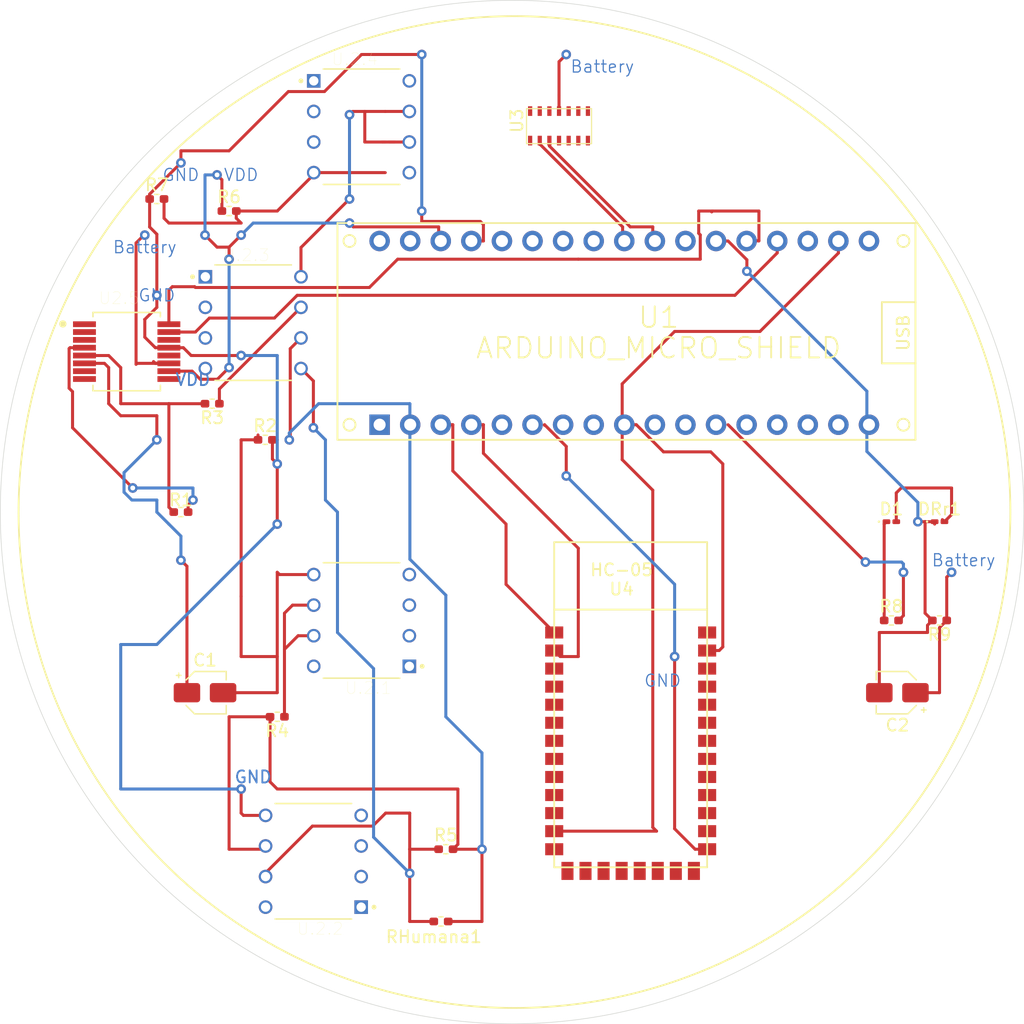
<source format=kicad_pcb>
(kicad_pcb (version 20171130) (host pcbnew "(5.1.8)-1")

  (general
    (thickness 1.6)
    (drawings 23)
    (tracks 352)
    (zones 0)
    (modules 22)
    (nets 111)
  )

  (page A4)
  (title_block
    (title "Arduino micro")
    (date 2020-11-22)
    (company "UPCH - PUCO")
  )

  (layers
    (0 F.Cu signal)
    (31 B.Cu signal)
    (32 B.Adhes user)
    (33 F.Adhes user)
    (34 B.Paste user)
    (35 F.Paste user)
    (36 B.SilkS user)
    (37 F.SilkS user)
    (38 B.Mask user)
    (39 F.Mask user)
    (40 Dwgs.User user)
    (41 Cmts.User user)
    (42 Eco1.User user)
    (43 Eco2.User user)
    (44 Edge.Cuts user)
    (45 Margin user)
    (46 B.CrtYd user)
    (47 F.CrtYd user)
    (48 B.Fab user)
    (49 F.Fab user hide)
  )

  (setup
    (last_trace_width 0.25)
    (trace_clearance 0.2)
    (zone_clearance 0.508)
    (zone_45_only no)
    (trace_min 0.3)
    (via_size 0.8)
    (via_drill 0.4)
    (via_min_size 0.4)
    (via_min_drill 0.3)
    (uvia_size 0.3)
    (uvia_drill 0.1)
    (uvias_allowed no)
    (uvia_min_size 0.2)
    (uvia_min_drill 0.1)
    (edge_width 0.05)
    (segment_width 0.2)
    (pcb_text_width 0.3)
    (pcb_text_size 1.5 1.5)
    (mod_edge_width 0.12)
    (mod_text_size 1 1)
    (mod_text_width 0.15)
    (pad_size 1.13 1.13)
    (pad_drill 0.78)
    (pad_to_mask_clearance 0)
    (aux_axis_origin 0 0)
    (visible_elements 7FFFFFFF)
    (pcbplotparams
      (layerselection 0x010fc_ffffffff)
      (usegerberextensions false)
      (usegerberattributes true)
      (usegerberadvancedattributes true)
      (creategerberjobfile true)
      (excludeedgelayer true)
      (linewidth 0.100000)
      (plotframeref false)
      (viasonmask false)
      (mode 1)
      (useauxorigin false)
      (hpglpennumber 1)
      (hpglpenspeed 20)
      (hpglpendiameter 15.000000)
      (psnegative false)
      (psa4output false)
      (plotreference true)
      (plotvalue true)
      (plotinvisibletext false)
      (padsonsilk false)
      (subtractmaskfromsilk false)
      (outputformat 1)
      (mirror false)
      (drillshape 1)
      (scaleselection 1)
      (outputdirectory ""))
  )

  (net 0 "")
  (net 1 GND)
  (net 2 "Net-(C2-Pad1)")
  (net 3 "Net-(R1-Pad2)")
  (net 4 "Net-(R3-Pad1)")
  (net 5 "Net-(R4-Pad1)")
  (net 6 "Net-(R4-Pad2)")
  (net 7 "Net-(R5-Pad1)")
  (net 8 "Net-(U1-Pad10)")
  (net 9 "Net-(U1-Pad9)")
  (net 10 "Net-(U1-Pad8)")
  (net 11 "Net-(U1-Pad6)")
  (net 12 "Net-(U1-Pad5)")
  (net 13 "Net-(D1-Pad2)")
  (net 14 "Net-(D1-Pad1)")
  (net 15 "Net-(9_volt_batt1-Pad1)")
  (net 16 "Net-(U1-PadRST)")
  (net 17 "Net-(U1-Pad2)")
  (net 18 "Net-(U1-Pad3)")
  (net 19 "Net-(U1-Pad11)")
  (net 20 "Net-(U1-PadA5)")
  (net 21 "Net-(U1-PadA4)")
  (net 22 "Net-(U1-PadAREF)")
  (net 23 "Net-(U1-PadSCK)")
  (net 24 "Net-(U1-PadMI)")
  (net 25 "Net-(U1-Pad5V)")
  (net 26 "Net-(U1-PadNC)")
  (net 27 "Net-(U1-PadA3)")
  (net 28 "Net-(U1-PadA0)")
  (net 29 "Net-(U1-PadMO)")
  (net 30 "Net-(U1-PadSS)")
  (net 31 "Net-(U3-Pad7)")
  (net 32 "Net-(U3-Pad8)")
  (net 33 "Net-(C1-Pad1)")
  (net 34 "Net-(C1-Pad2)")
  (net 35 "Net-(C2-Pad2)")
  (net 36 "Net-(HC-05-Pad1)")
  (net 37 "Net-(HC-05-Pad2)")
  (net 38 "Net-(HC-05-Pad3)")
  (net 39 "Net-(HC-05-Pad4)")
  (net 40 "Net-(HC-05-Pad5)")
  (net 41 "Net-(HC-05-Pad6)")
  (net 42 "Net-(HC-05-Pad7)")
  (net 43 "Net-(HC-05-Pad8)")
  (net 44 "Net-(HC-05-Pad9)")
  (net 45 "Net-(HC-05-Pad10)")
  (net 46 "Net-(HC-05-Pad11)")
  (net 47 "Net-(HC-05-Pad12)")
  (net 48 "Net-(HC-05-Pad13)")
  (net 49 "Net-(HC-05-Pad23)")
  (net 50 "Net-(HC-05-Pad24)")
  (net 51 "Net-(HC-05-Pad25)")
  (net 52 "Net-(HC-05-Pad26)")
  (net 53 "Net-(HC-05-Pad27)")
  (net 54 "Net-(HC-05-Pad28)")
  (net 55 "Net-(HC-05-Pad29)")
  (net 56 "Net-(HC-05-Pad30)")
  (net 57 "Net-(HC-05-Pad31)")
  (net 58 "Net-(HC-05-Pad32)")
  (net 59 "Net-(HC-05-Pad33)")
  (net 60 "Net-(HC-05-Pad34)")
  (net 61 "Net-(HC-05-Pad14)")
  (net 62 "Net-(HC-05-Pad15)")
  (net 63 "Net-(HC-05-Pad16)")
  (net 64 "Net-(HC-05-Pad17)")
  (net 65 "Net-(HC-05-Pad18)")
  (net 66 "Net-(HC-05-Pad19)")
  (net 67 "Net-(HC-05-Pad20)")
  (net 68 "Net-(HC-05-Pad21)")
  (net 69 "Net-(R1-Pad1)")
  (net 70 "Net-(R6-Pad2)")
  (net 71 "Net-(R8-Pad2)")
  (net 72 "Net-(U.2.3-Pad1)")
  (net 73 "Net-(U.2.3-Pad2)")
  (net 74 "Net-(U.2.3-Pad3)")
  (net 75 "Net-(U.2.3-Pad4)")
  (net 76 "Net-(U.2.3-Pad8)")
  (net 77 "Net-(U.2.4-Pad8)")
  (net 78 "Net-(U.2.4-Pad4)")
  (net 79 "Net-(U.2.4-Pad3)")
  (net 80 "Net-(U.2.4-Pad2)")
  (net 81 "Net-(U.2.4-Pad1)")
  (net 82 "Net-(U.2.1-Pad1)")
  (net 83 "Net-(U.2.1-Pad2)")
  (net 84 "Net-(U.2.1-Pad3)")
  (net 85 "Net-(U.2.1-Pad4)")
  (net 86 "Net-(U.2.1-Pad8)")
  (net 87 "Net-(U1-Pad13)")
  (net 88 "Net-(U1-Pad12)")
  (net 89 "Net-(U2.5-Pad8)")
  (net 90 "Net-(U2.5-Pad9)")
  (net 91 "Net-(U2.5-Pad12)")
  (net 92 "Net-(U2.5-Pad14)")
  (net 93 "Net-(U3-Pad14)")
  (net 94 "Net-(U3-Pad13)")
  (net 95 "Net-(U3-Pad12)")
  (net 96 "Net-(U3-Pad11)")
  (net 97 "Net-(U3-Pad10)")
  (net 98 "Net-(U3-Pad9)")
  (net 99 "Net-(U3-Pad6)")
  (net 100 "Net-(U3-Pad5)")
  (net 101 "Net-(U3-Pad4)")
  (net 102 "Net-(U3-Pad1)")
  (net 103 "Net-(HC-05-Pad22)")
  (net 104 "Net-(U.2.2-Pad8)")
  (net 105 "Net-(U.2.2-Pad4)")
  (net 106 "Net-(U.2.2-Pad3)")
  (net 107 "Net-(U.2.2-Pad2)")
  (net 108 "Net-(U.2.2-Pad1)")
  (net 109 "Net-(U1-PadA1)")
  (net 110 "Net-(R6-Pad1)")

  (net_class Default "This is the default net class."
    (clearance 0.2)
    (trace_width 0.25)
    (via_dia 0.8)
    (via_drill 0.4)
    (uvia_dia 0.3)
    (uvia_drill 0.1)
    (add_net GND)
    (add_net "Net-(9_volt_batt1-Pad1)")
    (add_net "Net-(C1-Pad1)")
    (add_net "Net-(C1-Pad2)")
    (add_net "Net-(C2-Pad1)")
    (add_net "Net-(C2-Pad2)")
    (add_net "Net-(D1-Pad1)")
    (add_net "Net-(D1-Pad2)")
    (add_net "Net-(HC-05-Pad1)")
    (add_net "Net-(HC-05-Pad10)")
    (add_net "Net-(HC-05-Pad11)")
    (add_net "Net-(HC-05-Pad12)")
    (add_net "Net-(HC-05-Pad13)")
    (add_net "Net-(HC-05-Pad14)")
    (add_net "Net-(HC-05-Pad15)")
    (add_net "Net-(HC-05-Pad16)")
    (add_net "Net-(HC-05-Pad17)")
    (add_net "Net-(HC-05-Pad18)")
    (add_net "Net-(HC-05-Pad19)")
    (add_net "Net-(HC-05-Pad2)")
    (add_net "Net-(HC-05-Pad20)")
    (add_net "Net-(HC-05-Pad21)")
    (add_net "Net-(HC-05-Pad22)")
    (add_net "Net-(HC-05-Pad23)")
    (add_net "Net-(HC-05-Pad24)")
    (add_net "Net-(HC-05-Pad25)")
    (add_net "Net-(HC-05-Pad26)")
    (add_net "Net-(HC-05-Pad27)")
    (add_net "Net-(HC-05-Pad28)")
    (add_net "Net-(HC-05-Pad29)")
    (add_net "Net-(HC-05-Pad3)")
    (add_net "Net-(HC-05-Pad30)")
    (add_net "Net-(HC-05-Pad31)")
    (add_net "Net-(HC-05-Pad32)")
    (add_net "Net-(HC-05-Pad33)")
    (add_net "Net-(HC-05-Pad34)")
    (add_net "Net-(HC-05-Pad4)")
    (add_net "Net-(HC-05-Pad5)")
    (add_net "Net-(HC-05-Pad6)")
    (add_net "Net-(HC-05-Pad7)")
    (add_net "Net-(HC-05-Pad8)")
    (add_net "Net-(HC-05-Pad9)")
    (add_net "Net-(R1-Pad1)")
    (add_net "Net-(R1-Pad2)")
    (add_net "Net-(R3-Pad1)")
    (add_net "Net-(R4-Pad1)")
    (add_net "Net-(R4-Pad2)")
    (add_net "Net-(R5-Pad1)")
    (add_net "Net-(R6-Pad1)")
    (add_net "Net-(R6-Pad2)")
    (add_net "Net-(R8-Pad2)")
    (add_net "Net-(U.2.1-Pad1)")
    (add_net "Net-(U.2.1-Pad2)")
    (add_net "Net-(U.2.1-Pad3)")
    (add_net "Net-(U.2.1-Pad4)")
    (add_net "Net-(U.2.1-Pad8)")
    (add_net "Net-(U.2.2-Pad1)")
    (add_net "Net-(U.2.2-Pad2)")
    (add_net "Net-(U.2.2-Pad3)")
    (add_net "Net-(U.2.2-Pad4)")
    (add_net "Net-(U.2.2-Pad8)")
    (add_net "Net-(U.2.3-Pad1)")
    (add_net "Net-(U.2.3-Pad2)")
    (add_net "Net-(U.2.3-Pad3)")
    (add_net "Net-(U.2.3-Pad4)")
    (add_net "Net-(U.2.3-Pad8)")
    (add_net "Net-(U.2.4-Pad1)")
    (add_net "Net-(U.2.4-Pad2)")
    (add_net "Net-(U.2.4-Pad3)")
    (add_net "Net-(U.2.4-Pad4)")
    (add_net "Net-(U.2.4-Pad8)")
    (add_net "Net-(U1-Pad10)")
    (add_net "Net-(U1-Pad11)")
    (add_net "Net-(U1-Pad12)")
    (add_net "Net-(U1-Pad13)")
    (add_net "Net-(U1-Pad2)")
    (add_net "Net-(U1-Pad3)")
    (add_net "Net-(U1-Pad5)")
    (add_net "Net-(U1-Pad5V)")
    (add_net "Net-(U1-Pad6)")
    (add_net "Net-(U1-Pad8)")
    (add_net "Net-(U1-Pad9)")
    (add_net "Net-(U1-PadA0)")
    (add_net "Net-(U1-PadA1)")
    (add_net "Net-(U1-PadA3)")
    (add_net "Net-(U1-PadA4)")
    (add_net "Net-(U1-PadA5)")
    (add_net "Net-(U1-PadAREF)")
    (add_net "Net-(U1-PadMI)")
    (add_net "Net-(U1-PadMO)")
    (add_net "Net-(U1-PadNC)")
    (add_net "Net-(U1-PadRST)")
    (add_net "Net-(U1-PadSCK)")
    (add_net "Net-(U1-PadSS)")
    (add_net "Net-(U2.5-Pad12)")
    (add_net "Net-(U2.5-Pad14)")
    (add_net "Net-(U2.5-Pad8)")
    (add_net "Net-(U2.5-Pad9)")
    (add_net "Net-(U3-Pad1)")
    (add_net "Net-(U3-Pad10)")
    (add_net "Net-(U3-Pad11)")
    (add_net "Net-(U3-Pad12)")
    (add_net "Net-(U3-Pad13)")
    (add_net "Net-(U3-Pad14)")
    (add_net "Net-(U3-Pad4)")
    (add_net "Net-(U3-Pad5)")
    (add_net "Net-(U3-Pad6)")
    (add_net "Net-(U3-Pad7)")
    (add_net "Net-(U3-Pad8)")
    (add_net "Net-(U3-Pad9)")
  )

  (module arduino_micro_shield:ARDUINO_MICRO_SHIELD (layer F.Cu) (tedit 5AD0BFAC) (tstamp 5FC84FEC)
    (at 133 89)
    (tags "ARDUINO, MICRO")
    (path /5FD60936)
    (fp_text reference U1 (at 26.67 -10.16) (layer F.SilkS)
      (effects (font (size 1.7 1.7) (thickness 0.15)))
    )
    (fp_text value ARDUINO_MICRO_SHIELD (at 26.67 -7.62) (layer F.SilkS)
      (effects (font (size 1.7 1.7) (thickness 0.15)))
    )
    (fp_line (start 45.212 -11.43) (end 48.006 -11.43) (layer F.SilkS) (width 0.15))
    (fp_line (start 45.212 -6.35) (end 45.212 -11.43) (layer F.SilkS) (width 0.15))
    (fp_line (start 48.006 -6.35) (end 45.212 -6.35) (layer F.SilkS) (width 0.15))
    (fp_line (start 0 0) (end 0 -18) (layer F.SilkS) (width 0.15))
    (fp_line (start 48 0) (end 0 0) (layer F.SilkS) (width 0.15))
    (fp_line (start 48 -18) (end 48 0) (layer F.SilkS) (width 0.15))
    (fp_line (start 0 -18) (end 48 -18) (layer F.SilkS) (width 0.15))
    (fp_circle (center 47 -16.51) (end 47.5 -16.51) (layer F.SilkS) (width 0.15))
    (fp_circle (center 47 -1.254) (end 47.5 -1.254) (layer F.SilkS) (width 0.15))
    (fp_circle (center 1 -16.51) (end 1.5 -16.51) (layer F.SilkS) (width 0.15))
    (fp_circle (center 1 -1.254) (end 1.5 -1.254) (layer F.SilkS) (width 0.15))
    (fp_text user USB (at 46.99 -8.89 90) (layer F.SilkS)
      (effects (font (size 1 1) (thickness 0.15)))
    )
    (pad SCK thru_hole circle (at 3.5 -16.51) (size 1.7 1.7) (drill 1) (layers *.Cu *.Mask)
      (net 23 "Net-(U1-PadSCK)"))
    (pad MI thru_hole circle (at 6.04 -16.51) (size 1.7 1.7) (drill 1) (layers *.Cu *.Mask)
      (net 24 "Net-(U1-PadMI)"))
    (pad VI thru_hole circle (at 8.58 -16.51) (size 1.7 1.7) (drill 1) (layers *.Cu *.Mask)
      (net 110 "Net-(R6-Pad1)"))
    (pad GND thru_hole circle (at 11.12 -16.51) (size 1.7 1.7) (drill 1) (layers *.Cu *.Mask)
      (net 1 GND))
    (pad RST thru_hole circle (at 13.66 -16.51) (size 1.7 1.7) (drill 1) (layers *.Cu *.Mask)
      (net 16 "Net-(U1-PadRST)"))
    (pad 5V thru_hole circle (at 16.2 -16.51) (size 1.7 1.7) (drill 1) (layers *.Cu *.Mask)
      (net 25 "Net-(U1-Pad5V)"))
    (pad NC thru_hole circle (at 18.74 -16.51) (size 1.7 1.7) (drill 1) (layers *.Cu *.Mask)
      (net 26 "Net-(U1-PadNC)"))
    (pad NC thru_hole circle (at 21.28 -16.51) (size 1.7 1.7) (drill 1) (layers *.Cu *.Mask)
      (net 26 "Net-(U1-PadNC)"))
    (pad A5 thru_hole circle (at 23.82 -16.51) (size 1.7 1.7) (drill 1) (layers *.Cu *.Mask)
      (net 20 "Net-(U1-PadA5)"))
    (pad A4 thru_hole circle (at 26.36 -16.51) (size 1.7 1.7) (drill 1) (layers *.Cu *.Mask)
      (net 21 "Net-(U1-PadA4)"))
    (pad A3 thru_hole circle (at 28.9 -16.51) (size 1.7 1.7) (drill 1) (layers *.Cu *.Mask)
      (net 27 "Net-(U1-PadA3)"))
    (pad A2 thru_hole circle (at 31.44 -16.51) (size 1.7 1.7) (drill 1) (layers *.Cu *.Mask)
      (net 35 "Net-(C2-Pad2)"))
    (pad A1 thru_hole circle (at 33.98 -16.51) (size 1.7 1.7) (drill 1) (layers *.Cu *.Mask)
      (net 109 "Net-(U1-PadA1)"))
    (pad A0 thru_hole circle (at 36.52 -16.51) (size 1.7 1.7) (drill 1) (layers *.Cu *.Mask)
      (net 28 "Net-(U1-PadA0)"))
    (pad AREF thru_hole circle (at 39.06 -16.51) (size 1.7 1.7) (drill 1) (layers *.Cu *.Mask)
      (net 22 "Net-(U1-PadAREF)"))
    (pad 3.3V thru_hole circle (at 41.6 -16.51) (size 1.7 1.7) (drill 1) (layers *.Cu *.Mask)
      (net 47 "Net-(HC-05-Pad12)"))
    (pad 13 thru_hole circle (at 44.14 -16.51) (size 1.7 1.7) (drill 1) (layers *.Cu *.Mask)
      (net 87 "Net-(U1-Pad13)"))
    (pad MO thru_hole rect (at 3.5 -1.254) (size 1.7 1.7) (drill 1) (layers *.Cu *.Mask)
      (net 29 "Net-(U1-PadMO)"))
    (pad SS thru_hole circle (at 6.04 -1.254) (size 1.7 1.7) (drill 1) (layers *.Cu *.Mask)
      (net 30 "Net-(U1-PadSS)"))
    (pad TX thru_hole circle (at 8.58 -1.254) (size 1.7 1.7) (drill 1) (layers *.Cu *.Mask)
      (net 36 "Net-(HC-05-Pad1)"))
    (pad RX thru_hole circle (at 11.12 -1.254) (size 1.7 1.7) (drill 1) (layers *.Cu *.Mask)
      (net 37 "Net-(HC-05-Pad2)"))
    (pad RST thru_hole circle (at 13.66 -1.254) (size 1.7 1.7) (drill 1) (layers *.Cu *.Mask)
      (net 16 "Net-(U1-PadRST)"))
    (pad GND thru_hole circle (at 16.2 -1.254) (size 1.7 1.7) (drill 1) (layers *.Cu *.Mask)
      (net 103 "Net-(HC-05-Pad22)"))
    (pad 2 thru_hole circle (at 18.74 -1.254) (size 1.7 1.7) (drill 1) (layers *.Cu *.Mask)
      (net 17 "Net-(U1-Pad2)"))
    (pad 3 thru_hole circle (at 21.28 -1.254) (size 1.7 1.7) (drill 1) (layers *.Cu *.Mask)
      (net 18 "Net-(U1-Pad3)"))
    (pad 4 thru_hole circle (at 23.82 -1.254) (size 1.7 1.7) (drill 1) (layers *.Cu *.Mask)
      (net 59 "Net-(HC-05-Pad33)"))
    (pad 5 thru_hole circle (at 26.36 -1.254) (size 1.7 1.7) (drill 1) (layers *.Cu *.Mask)
      (net 12 "Net-(U1-Pad5)"))
    (pad 6 thru_hole circle (at 28.9 -1.254) (size 1.7 1.7) (drill 1) (layers *.Cu *.Mask)
      (net 11 "Net-(U1-Pad6)"))
    (pad 7 thru_hole circle (at 31.44 -1.254) (size 1.7 1.7) (drill 1) (layers *.Cu *.Mask)
      (net 71 "Net-(R8-Pad2)"))
    (pad 8 thru_hole circle (at 33.98 -1.254) (size 1.7 1.7) (drill 1) (layers *.Cu *.Mask)
      (net 10 "Net-(U1-Pad8)"))
    (pad 9 thru_hole circle (at 36.52 -1.254) (size 1.7 1.7) (drill 1) (layers *.Cu *.Mask)
      (net 9 "Net-(U1-Pad9)"))
    (pad 10 thru_hole circle (at 39.06 -1.254) (size 1.7 1.7) (drill 1) (layers *.Cu *.Mask)
      (net 8 "Net-(U1-Pad10)"))
    (pad 11 thru_hole circle (at 41.6 -1.254) (size 1.7 1.7) (drill 1) (layers *.Cu *.Mask)
      (net 19 "Net-(U1-Pad11)"))
    (pad 12 thru_hole circle (at 44.14 -1.254) (size 1.7 1.7) (drill 1) (layers *.Cu *.Mask)
      (net 88 "Net-(U1-Pad12)"))
    (model "C:/Users/usuario/Downloads/arduino micro/ARDUINO MICRO.STEP"
      (offset (xyz 44.5 16.5 4.5))
      (scale (xyz 1 1 1))
      (rotate (xyz 90 180 0))
    )
  )

  (module AD5933YRSZ-REEL7:SOP65P780X200-16N (layer F.Cu) (tedit 5FC708B8) (tstamp 5FC85030)
    (at 115.495 81.675)
    (path /6003058B)
    (fp_text reference U2.5 (at -0.63514 -4.44604) (layer F.SilkS)
      (effects (font (size 1.000236 1.000236) (thickness 0.015)))
    )
    (fp_text value AD5933YRSZ-REEL7 (at 6.98686 4.4462) (layer F.Fab)
      (effects (font (size 1.000268 1.000268) (thickness 0.015)))
    )
    (fp_line (start -3.05 -2.765) (end -3.05 -3.5) (layer F.CrtYd) (width 0.05))
    (fp_line (start -4.71 -2.765) (end -3.05 -2.765) (layer F.CrtYd) (width 0.05))
    (fp_line (start -4.71 2.765) (end -4.71 -2.765) (layer F.CrtYd) (width 0.05))
    (fp_line (start -3.05 2.765) (end -4.71 2.765) (layer F.CrtYd) (width 0.05))
    (fp_line (start -3.05 3.5) (end -3.05 2.765) (layer F.CrtYd) (width 0.05))
    (fp_line (start 3.05 3.5) (end -3.05 3.5) (layer F.CrtYd) (width 0.05))
    (fp_line (start 3.05 2.765) (end 3.05 3.5) (layer F.CrtYd) (width 0.05))
    (fp_line (start 4.71 2.765) (end 3.05 2.765) (layer F.CrtYd) (width 0.05))
    (fp_line (start 4.71 -2.765) (end 4.71 2.765) (layer F.CrtYd) (width 0.05))
    (fp_line (start 3.05 -2.765) (end 4.71 -2.765) (layer F.CrtYd) (width 0.05))
    (fp_line (start 3.05 -3.5) (end 3.05 -2.765) (layer F.CrtYd) (width 0.05))
    (fp_line (start -3.05 -3.5) (end 3.05 -3.5) (layer F.CrtYd) (width 0.05))
    (fp_circle (center -2.2 -2.4) (end -2.05 -2.4) (layer F.Fab) (width 0.3))
    (fp_circle (center -5.3 -2.3) (end -5.15 -2.3) (layer F.SilkS) (width 0.3))
    (fp_line (start 2.8 3.25) (end 2.8 2.8) (layer F.SilkS) (width 0.127))
    (fp_line (start -2.8 3.25) (end -2.8 2.8) (layer F.SilkS) (width 0.127))
    (fp_line (start -2.8 3.25) (end 2.8 3.25) (layer F.SilkS) (width 0.127))
    (fp_line (start 2.8 -3.25) (end 2.8 -2.9) (layer F.SilkS) (width 0.127))
    (fp_line (start -2.8 -3.25) (end 2.8 -3.25) (layer F.SilkS) (width 0.127))
    (fp_line (start -2.8 -2.9) (end -2.8 -3.25) (layer F.SilkS) (width 0.127))
    (fp_line (start -2.8 3.25) (end -2.8 -3.25) (layer F.Fab) (width 0.127))
    (fp_line (start 2.8 3.25) (end -2.8 3.25) (layer F.Fab) (width 0.127))
    (fp_line (start 2.8 -3.25) (end 2.8 3.25) (layer F.Fab) (width 0.127))
    (fp_line (start -2.8 -3.25) (end 2.8 -3.25) (layer F.Fab) (width 0.127))
    (pad 1 smd rect (at -3.505 -2.275) (size 1.9 0.48) (layers F.Cu F.Paste F.Mask))
    (pad 2 smd rect (at -3.505 -1.625) (size 1.9 0.48) (layers F.Cu F.Paste F.Mask))
    (pad 3 smd rect (at -3.505 -0.975) (size 1.9 0.48) (layers F.Cu F.Paste F.Mask))
    (pad 4 smd rect (at -3.505 -0.325) (size 1.9 0.48) (layers F.Cu F.Paste F.Mask)
      (net 69 "Net-(R1-Pad1)"))
    (pad 5 smd rect (at -3.505 0.325) (size 1.9 0.48) (layers F.Cu F.Paste F.Mask)
      (net 3 "Net-(R1-Pad2)"))
    (pad 6 smd rect (at -3.505 0.975) (size 1.9 0.48) (layers F.Cu F.Paste F.Mask)
      (net 33 "Net-(C1-Pad1)"))
    (pad 7 smd rect (at -3.505 1.625) (size 1.9 0.48) (layers F.Cu F.Paste F.Mask))
    (pad 8 smd rect (at -3.505 2.275) (size 1.9 0.48) (layers F.Cu F.Paste F.Mask)
      (net 89 "Net-(U2.5-Pad8)"))
    (pad 9 smd rect (at 3.505 2.275) (size 1.9 0.48) (layers F.Cu F.Paste F.Mask)
      (net 90 "Net-(U2.5-Pad9)"))
    (pad 10 smd rect (at 3.505 1.625) (size 1.9 0.48) (layers F.Cu F.Paste F.Mask)
      (net 110 "Net-(R6-Pad1)"))
    (pad 11 smd rect (at 3.505 0.975) (size 1.9 0.48) (layers F.Cu F.Paste F.Mask)
      (net 15 "Net-(9_volt_batt1-Pad1)"))
    (pad 12 smd rect (at 3.505 0.325) (size 1.9 0.48) (layers F.Cu F.Paste F.Mask)
      (net 91 "Net-(U2.5-Pad12)"))
    (pad 13 smd rect (at 3.505 -0.325) (size 1.9 0.48) (layers F.Cu F.Paste F.Mask)
      (net 1 GND))
    (pad 14 smd rect (at 3.505 -0.975) (size 1.9 0.48) (layers F.Cu F.Paste F.Mask)
      (net 92 "Net-(U2.5-Pad14)"))
    (pad 15 smd rect (at 3.505 -1.625) (size 1.9 0.48) (layers F.Cu F.Paste F.Mask)
      (net 28 "Net-(U1-PadA0)"))
    (pad 16 smd rect (at 3.505 -2.275) (size 1.9 0.48) (layers F.Cu F.Paste F.Mask)
      (net 109 "Net-(U1-PadA1)"))
  )

  (module LF353N:DIP794W45P254L959H508Q8 (layer F.Cu) (tedit 5FB9EE2C) (tstamp 5FC84FA2)
    (at 135 63)
    (path /5FD99C22)
    (fp_text reference U.2.4 (at -0.565 -5.607) (layer F.SilkS)
      (effects (font (size 1 1) (thickness 0.015)))
    )
    (fp_text value LF353N (at 10.865 5.607) (layer F.Fab)
      (effects (font (size 1 1) (thickness 0.015)))
    )
    (fp_circle (center -5.035 -3.81) (end -4.935 -3.81) (layer F.SilkS) (width 0.2))
    (fp_circle (center -5.035 -3.81) (end -4.935 -3.81) (layer F.Fab) (width 0.2))
    (fp_line (start -3.175 -4.795) (end 3.175 -4.795) (layer F.Fab) (width 0.127))
    (fp_line (start -3.175 4.795) (end 3.175 4.795) (layer F.Fab) (width 0.127))
    (fp_line (start -3.175 -4.795) (end 3.175 -4.795) (layer F.SilkS) (width 0.127))
    (fp_line (start -3.175 4.795) (end 3.175 4.795) (layer F.SilkS) (width 0.127))
    (fp_line (start -3.175 -4.795) (end -3.175 4.795) (layer F.Fab) (width 0.127))
    (fp_line (start 3.175 -4.795) (end 3.175 4.795) (layer F.Fab) (width 0.127))
    (fp_line (start 4.785 -5.045) (end -4.785 -5.045) (layer F.CrtYd) (width 0.05))
    (fp_line (start 4.785 5.045) (end -4.785 5.045) (layer F.CrtYd) (width 0.05))
    (fp_line (start 4.785 -5.045) (end 4.785 5.045) (layer F.CrtYd) (width 0.05))
    (fp_line (start -4.785 -5.045) (end -4.785 5.045) (layer F.CrtYd) (width 0.05))
    (pad 8 thru_hole circle (at 3.97 -3.81) (size 1.13 1.13) (drill 0.78) (layers *.Cu *.Mask)
      (net 77 "Net-(U.2.4-Pad8)"))
    (pad 7 thru_hole circle (at 3.97 -1.27) (size 1.13 1.13) (drill 0.78) (layers *.Cu *.Mask)
      (net 76 "Net-(U.2.3-Pad8)"))
    (pad 6 thru_hole circle (at 3.97 1.27) (size 1.13 1.13) (drill 0.78) (layers *.Cu *.Mask)
      (net 76 "Net-(U.2.3-Pad8)"))
    (pad 5 thru_hole circle (at 3.97 3.81) (size 1.13 1.13) (drill 0.78) (layers *.Cu *.Mask)
      (net 70 "Net-(R6-Pad2)"))
    (pad 4 thru_hole circle (at -3.97 3.81) (size 1.13 1.13) (drill 0.78) (layers *.Cu *.Mask)
      (net 78 "Net-(U.2.4-Pad4)"))
    (pad 3 thru_hole circle (at -3.97 1.27) (size 1.13 1.13) (drill 0.78) (layers *.Cu *.Mask)
      (net 79 "Net-(U.2.4-Pad3)"))
    (pad 2 thru_hole circle (at -3.97 -1.27) (size 1.13 1.13) (drill 0.78) (layers *.Cu *.Mask)
      (net 80 "Net-(U.2.4-Pad2)"))
    (pad 1 thru_hole rect (at -3.97 -3.81) (size 1.13 1.13) (drill 0.78) (layers *.Cu *.Mask)
      (net 81 "Net-(U.2.4-Pad1)"))
    (model C:/Users/usuario/Downloads/LF353N.step
      (offset (xyz 0 0 -2))
      (scale (xyz 1 1 1))
      (rotate (xyz -90 0 90))
    )
  )

  (module LF353N:DIP794W45P254L959H508Q8 (layer F.Cu) (tedit 5FB9EE2C) (tstamp 5FC85004)
    (at 131 124 180)
    (path /5FD86A05)
    (fp_text reference U.2.2 (at -0.565 -5.607) (layer F.SilkS)
      (effects (font (size 1 1) (thickness 0.015)))
    )
    (fp_text value LF353N (at 10.865 5.607) (layer F.Fab)
      (effects (font (size 1 1) (thickness 0.015)))
    )
    (fp_circle (center -5.035 -3.81) (end -4.935 -3.81) (layer F.SilkS) (width 0.2))
    (fp_circle (center -5.035 -3.81) (end -4.935 -3.81) (layer F.Fab) (width 0.2))
    (fp_line (start -3.175 -4.795) (end 3.175 -4.795) (layer F.Fab) (width 0.127))
    (fp_line (start -3.175 4.795) (end 3.175 4.795) (layer F.Fab) (width 0.127))
    (fp_line (start -3.175 -4.795) (end 3.175 -4.795) (layer F.SilkS) (width 0.127))
    (fp_line (start -3.175 4.795) (end 3.175 4.795) (layer F.SilkS) (width 0.127))
    (fp_line (start -3.175 -4.795) (end -3.175 4.795) (layer F.Fab) (width 0.127))
    (fp_line (start 3.175 -4.795) (end 3.175 4.795) (layer F.Fab) (width 0.127))
    (fp_line (start 4.785 -5.045) (end -4.785 -5.045) (layer F.CrtYd) (width 0.05))
    (fp_line (start 4.785 5.045) (end -4.785 5.045) (layer F.CrtYd) (width 0.05))
    (fp_line (start 4.785 -5.045) (end 4.785 5.045) (layer F.CrtYd) (width 0.05))
    (fp_line (start -4.785 -5.045) (end -4.785 5.045) (layer F.CrtYd) (width 0.05))
    (pad 8 thru_hole circle (at 3.97 -3.81 180) (size 1.13 1.13) (drill 0.78) (layers *.Cu *.Mask)
      (net 104 "Net-(U.2.2-Pad8)"))
    (pad 7 thru_hole circle (at 3.97 -1.27 180) (size 1.13 1.13) (drill 0.78) (layers *.Cu *.Mask)
      (net 7 "Net-(R5-Pad1)"))
    (pad 6 thru_hole circle (at 3.97 1.27 180) (size 1.13 1.13) (drill 0.78) (layers *.Cu *.Mask)
      (net 6 "Net-(R4-Pad2)"))
    (pad 5 thru_hole circle (at 3.97 3.81 180) (size 1.13 1.13) (drill 0.78) (layers *.Cu *.Mask)
      (net 1 GND))
    (pad 4 thru_hole circle (at -3.97 3.81 180) (size 1.13 1.13) (drill 0.78) (layers *.Cu *.Mask)
      (net 105 "Net-(U.2.2-Pad4)"))
    (pad 3 thru_hole circle (at -3.97 1.27 180) (size 1.13 1.13) (drill 0.78) (layers *.Cu *.Mask)
      (net 106 "Net-(U.2.2-Pad3)"))
    (pad 2 thru_hole circle (at -3.97 -1.27 180) (size 1.13 1.13) (drill 0.78) (layers *.Cu *.Mask)
      (net 107 "Net-(U.2.2-Pad2)"))
    (pad 1 thru_hole rect (at -3.97 -3.81 180) (size 1.13 1.13) (drill 0.78) (layers *.Cu *.Mask)
      (net 108 "Net-(U.2.2-Pad1)"))
    (model "C:/Users/usuario/Downloads/LF353N (1).STEP"
      (offset (xyz 0 0 -2))
      (scale (xyz 1 1 1))
      (rotate (xyz -90 0 90))
    )
  )

  (module Capacitor_SMD:CP_Elec_3x5.4 (layer F.Cu) (tedit 5BCA39CF) (tstamp 5FC312BE)
    (at 122 110)
    (descr "SMD capacitor, aluminum electrolytic, Nichicon, 3.0x5.4mm")
    (tags "capacitor electrolytic")
    (path /5FC8E0FF)
    (attr smd)
    (fp_text reference C1 (at 0 -2.7) (layer F.SilkS)
      (effects (font (size 1 1) (thickness 0.15)))
    )
    (fp_text value "1 uF" (at 0 2.7) (layer F.Fab)
      (effects (font (size 1 1) (thickness 0.15)))
    )
    (fp_circle (center 0 0) (end 1.5 0) (layer F.Fab) (width 0.1))
    (fp_line (start 1.65 -1.65) (end 1.65 1.65) (layer F.Fab) (width 0.1))
    (fp_line (start -0.825 -1.65) (end 1.65 -1.65) (layer F.Fab) (width 0.1))
    (fp_line (start -0.825 1.65) (end 1.65 1.65) (layer F.Fab) (width 0.1))
    (fp_line (start -1.65 -0.825) (end -1.65 0.825) (layer F.Fab) (width 0.1))
    (fp_line (start -1.65 -0.825) (end -0.825 -1.65) (layer F.Fab) (width 0.1))
    (fp_line (start -1.65 0.825) (end -0.825 1.65) (layer F.Fab) (width 0.1))
    (fp_line (start -1.110469 -0.8) (end -0.810469 -0.8) (layer F.Fab) (width 0.1))
    (fp_line (start -0.960469 -0.95) (end -0.960469 -0.65) (layer F.Fab) (width 0.1))
    (fp_line (start 1.76 1.76) (end 1.76 1.06) (layer F.SilkS) (width 0.12))
    (fp_line (start 1.76 -1.76) (end 1.76 -1.06) (layer F.SilkS) (width 0.12))
    (fp_line (start -0.870563 -1.76) (end 1.76 -1.76) (layer F.SilkS) (width 0.12))
    (fp_line (start -0.870563 1.76) (end 1.76 1.76) (layer F.SilkS) (width 0.12))
    (fp_line (start -1.570563 -1.06) (end -0.870563 -1.76) (layer F.SilkS) (width 0.12))
    (fp_line (start -1.570563 1.06) (end -0.870563 1.76) (layer F.SilkS) (width 0.12))
    (fp_line (start -2.375 -1.435) (end -2 -1.435) (layer F.SilkS) (width 0.12))
    (fp_line (start -2.1875 -1.6225) (end -2.1875 -1.2475) (layer F.SilkS) (width 0.12))
    (fp_line (start 1.9 -1.9) (end 1.9 -1.05) (layer F.CrtYd) (width 0.05))
    (fp_line (start 1.9 -1.05) (end 2.85 -1.05) (layer F.CrtYd) (width 0.05))
    (fp_line (start 2.85 -1.05) (end 2.85 1.05) (layer F.CrtYd) (width 0.05))
    (fp_line (start 2.85 1.05) (end 1.9 1.05) (layer F.CrtYd) (width 0.05))
    (fp_line (start 1.9 1.05) (end 1.9 1.9) (layer F.CrtYd) (width 0.05))
    (fp_line (start -0.93 1.9) (end 1.9 1.9) (layer F.CrtYd) (width 0.05))
    (fp_line (start -0.93 -1.9) (end 1.9 -1.9) (layer F.CrtYd) (width 0.05))
    (fp_line (start -1.78 1.05) (end -0.93 1.9) (layer F.CrtYd) (width 0.05))
    (fp_line (start -1.78 -1.05) (end -0.93 -1.9) (layer F.CrtYd) (width 0.05))
    (fp_line (start -1.78 -1.05) (end -2.85 -1.05) (layer F.CrtYd) (width 0.05))
    (fp_line (start -2.85 -1.05) (end -2.85 1.05) (layer F.CrtYd) (width 0.05))
    (fp_line (start -2.85 1.05) (end -1.78 1.05) (layer F.CrtYd) (width 0.05))
    (fp_text user %R (at 0 0) (layer F.Fab)
      (effects (font (size 0.6 0.6) (thickness 0.09)))
    )
    (pad 1 smd roundrect (at -1.5 0) (size 2.2 1.6) (layers F.Cu F.Paste F.Mask) (roundrect_rratio 0.15625)
      (net 33 "Net-(C1-Pad1)"))
    (pad 2 smd roundrect (at 1.5 0) (size 2.2 1.6) (layers F.Cu F.Paste F.Mask) (roundrect_rratio 0.15625)
      (net 34 "Net-(C1-Pad2)"))
    (model ${KISYS3DMOD}/Capacitor_SMD.3dshapes/CP_Elec_3x5.4.wrl
      (at (xyz 0 0 0))
      (scale (xyz 1 1 1))
      (rotate (xyz 0 0 0))
    )
  )

  (module Resistor_SMD:R_0402_1005Metric_Pad0.72x0.64mm_HandSolder (layer F.Cu) (tedit 5F6BB9E0) (tstamp 5FC31444)
    (at 124 70)
    (descr "Resistor SMD 0402 (1005 Metric), square (rectangular) end terminal, IPC_7351 nominal with elongated pad for handsoldering. (Body size source: IPC-SM-782 page 72, https://www.pcb-3d.com/wordpress/wp-content/uploads/ipc-sm-782a_amendment_1_and_2.pdf), generated with kicad-footprint-generator")
    (tags "resistor handsolder")
    (path /5FC4FED8)
    (attr smd)
    (fp_text reference R6 (at 0 -1.17) (layer F.SilkS)
      (effects (font (size 1 1) (thickness 0.15)))
    )
    (fp_text value 1MΩ (at 0 1.17) (layer F.Fab)
      (effects (font (size 1 1) (thickness 0.15)))
    )
    (fp_line (start -0.525 0.27) (end -0.525 -0.27) (layer F.Fab) (width 0.1))
    (fp_line (start -0.525 -0.27) (end 0.525 -0.27) (layer F.Fab) (width 0.1))
    (fp_line (start 0.525 -0.27) (end 0.525 0.27) (layer F.Fab) (width 0.1))
    (fp_line (start 0.525 0.27) (end -0.525 0.27) (layer F.Fab) (width 0.1))
    (fp_line (start -0.167621 -0.38) (end 0.167621 -0.38) (layer F.SilkS) (width 0.12))
    (fp_line (start -0.167621 0.38) (end 0.167621 0.38) (layer F.SilkS) (width 0.12))
    (fp_line (start -1.1 0.47) (end -1.1 -0.47) (layer F.CrtYd) (width 0.05))
    (fp_line (start -1.1 -0.47) (end 1.1 -0.47) (layer F.CrtYd) (width 0.05))
    (fp_line (start 1.1 -0.47) (end 1.1 0.47) (layer F.CrtYd) (width 0.05))
    (fp_line (start 1.1 0.47) (end -1.1 0.47) (layer F.CrtYd) (width 0.05))
    (fp_text user %R (at 0 0) (layer F.Fab)
      (effects (font (size 0.26 0.26) (thickness 0.04)))
    )
    (pad 1 smd roundrect (at -0.5975 0) (size 0.715 0.64) (layers F.Cu F.Paste F.Mask) (roundrect_rratio 0.25)
      (net 110 "Net-(R6-Pad1)"))
    (pad 2 smd roundrect (at 0.5975 0) (size 0.715 0.64) (layers F.Cu F.Paste F.Mask) (roundrect_rratio 0.25)
      (net 70 "Net-(R6-Pad2)"))
    (model ${KISYS3DMOD}/Resistor_SMD.3dshapes/R_0402_1005Metric.wrl
      (at (xyz 0 0 0))
      (scale (xyz 1 1 1))
      (rotate (xyz 0 0 0))
    )
  )

  (module Resistor_SMD:R_0402_1005Metric_Pad0.72x0.64mm_HandSolder (layer F.Cu) (tedit 5F6BB9E0) (tstamp 5FC313EF)
    (at 120 95 180)
    (descr "Resistor SMD 0402 (1005 Metric), square (rectangular) end terminal, IPC_7351 nominal with elongated pad for handsoldering. (Body size source: IPC-SM-782 page 72, https://www.pcb-3d.com/wordpress/wp-content/uploads/ipc-sm-782a_amendment_1_and_2.pdf), generated with kicad-footprint-generator")
    (tags "resistor handsolder")
    (path /5FC50531)
    (attr smd)
    (fp_text reference R1 (at 0 1) (layer F.SilkS)
      (effects (font (size 1 1) (thickness 0.15)))
    )
    (fp_text value "100 k100 Ω" (at 0 1.17) (layer F.Fab)
      (effects (font (size 1 1) (thickness 0.15)))
    )
    (fp_line (start 1.1 0.47) (end -1.1 0.47) (layer F.CrtYd) (width 0.05))
    (fp_line (start 1.1 -0.47) (end 1.1 0.47) (layer F.CrtYd) (width 0.05))
    (fp_line (start -1.1 -0.47) (end 1.1 -0.47) (layer F.CrtYd) (width 0.05))
    (fp_line (start -1.1 0.47) (end -1.1 -0.47) (layer F.CrtYd) (width 0.05))
    (fp_line (start -0.167621 0.38) (end 0.167621 0.38) (layer F.SilkS) (width 0.12))
    (fp_line (start -0.167621 -0.38) (end 0.167621 -0.38) (layer F.SilkS) (width 0.12))
    (fp_line (start 0.525 0.27) (end -0.525 0.27) (layer F.Fab) (width 0.1))
    (fp_line (start 0.525 -0.27) (end 0.525 0.27) (layer F.Fab) (width 0.1))
    (fp_line (start -0.525 -0.27) (end 0.525 -0.27) (layer F.Fab) (width 0.1))
    (fp_line (start -0.525 0.27) (end -0.525 -0.27) (layer F.Fab) (width 0.1))
    (fp_text user %R (at 0 0) (layer F.Fab)
      (effects (font (size 0.26 0.26) (thickness 0.04)))
    )
    (pad 2 smd roundrect (at 0.5975 0 180) (size 0.715 0.64) (layers F.Cu F.Paste F.Mask) (roundrect_rratio 0.25)
      (net 3 "Net-(R1-Pad2)"))
    (pad 1 smd roundrect (at -0.5975 0 180) (size 0.715 0.64) (layers F.Cu F.Paste F.Mask) (roundrect_rratio 0.25)
      (net 69 "Net-(R1-Pad1)"))
    (model ${KISYS3DMOD}/Resistor_SMD.3dshapes/R_0402_1005Metric.wrl
      (at (xyz 0 0 0))
      (scale (xyz 1 1 1))
      (rotate (xyz 0 0 0))
    )
  )

  (module Resistor_SMD:R_0402_1005Metric_Pad0.72x0.64mm_HandSolder (layer F.Cu) (tedit 5F6BB9E0) (tstamp 5FC31400)
    (at 127 89)
    (descr "Resistor SMD 0402 (1005 Metric), square (rectangular) end terminal, IPC_7351 nominal with elongated pad for handsoldering. (Body size source: IPC-SM-782 page 72, https://www.pcb-3d.com/wordpress/wp-content/uploads/ipc-sm-782a_amendment_1_and_2.pdf), generated with kicad-footprint-generator")
    (tags "resistor handsolder")
    (path /5FC51049)
    (attr smd)
    (fp_text reference R2 (at 0 -1.17) (layer F.SilkS)
      (effects (font (size 1 1) (thickness 0.15)))
    )
    (fp_text value "100 kΩ" (at 0 1.17) (layer F.Fab)
      (effects (font (size 1 1) (thickness 0.15)))
    )
    (fp_line (start -0.525 0.27) (end -0.525 -0.27) (layer F.Fab) (width 0.1))
    (fp_line (start -0.525 -0.27) (end 0.525 -0.27) (layer F.Fab) (width 0.1))
    (fp_line (start 0.525 -0.27) (end 0.525 0.27) (layer F.Fab) (width 0.1))
    (fp_line (start 0.525 0.27) (end -0.525 0.27) (layer F.Fab) (width 0.1))
    (fp_line (start -0.167621 -0.38) (end 0.167621 -0.38) (layer F.SilkS) (width 0.12))
    (fp_line (start -0.167621 0.38) (end 0.167621 0.38) (layer F.SilkS) (width 0.12))
    (fp_line (start -1.1 0.47) (end -1.1 -0.47) (layer F.CrtYd) (width 0.05))
    (fp_line (start -1.1 -0.47) (end 1.1 -0.47) (layer F.CrtYd) (width 0.05))
    (fp_line (start 1.1 -0.47) (end 1.1 0.47) (layer F.CrtYd) (width 0.05))
    (fp_line (start 1.1 0.47) (end -1.1 0.47) (layer F.CrtYd) (width 0.05))
    (fp_text user %R (at 0 0) (layer F.Fab)
      (effects (font (size 0.26 0.26) (thickness 0.04)))
    )
    (pad 1 smd roundrect (at -0.5975 0) (size 0.715 0.64) (layers F.Cu F.Paste F.Mask) (roundrect_rratio 0.25)
      (net 34 "Net-(C1-Pad2)"))
    (pad 2 smd roundrect (at 0.5975 0) (size 0.715 0.64) (layers F.Cu F.Paste F.Mask) (roundrect_rratio 0.25)
      (net 1 GND))
    (model ${KISYS3DMOD}/Resistor_SMD.3dshapes/R_0402_1005Metric.wrl
      (at (xyz 0 0 0))
      (scale (xyz 1 1 1))
      (rotate (xyz 0 0 0))
    )
  )

  (module Resistor_SMD:R_0402_1005Metric_Pad0.72x0.64mm_HandSolder (layer F.Cu) (tedit 5F6BB9E0) (tstamp 5FC31411)
    (at 122.5975 86 180)
    (descr "Resistor SMD 0402 (1005 Metric), square (rectangular) end terminal, IPC_7351 nominal with elongated pad for handsoldering. (Body size source: IPC-SM-782 page 72, https://www.pcb-3d.com/wordpress/wp-content/uploads/ipc-sm-782a_amendment_1_and_2.pdf), generated with kicad-footprint-generator")
    (tags "resistor handsolder")
    (path /5FC4F0D8)
    (attr smd)
    (fp_text reference R3 (at 0 -1.17) (layer F.SilkS)
      (effects (font (size 1 1) (thickness 0.15)))
    )
    (fp_text value "620 k Ω" (at 0 1.17) (layer F.Fab)
      (effects (font (size 1 1) (thickness 0.15)))
    )
    (fp_line (start -0.525 0.27) (end -0.525 -0.27) (layer F.Fab) (width 0.1))
    (fp_line (start -0.525 -0.27) (end 0.525 -0.27) (layer F.Fab) (width 0.1))
    (fp_line (start 0.525 -0.27) (end 0.525 0.27) (layer F.Fab) (width 0.1))
    (fp_line (start 0.525 0.27) (end -0.525 0.27) (layer F.Fab) (width 0.1))
    (fp_line (start -0.167621 -0.38) (end 0.167621 -0.38) (layer F.SilkS) (width 0.12))
    (fp_line (start -0.167621 0.38) (end 0.167621 0.38) (layer F.SilkS) (width 0.12))
    (fp_line (start -1.1 0.47) (end -1.1 -0.47) (layer F.CrtYd) (width 0.05))
    (fp_line (start -1.1 -0.47) (end 1.1 -0.47) (layer F.CrtYd) (width 0.05))
    (fp_line (start 1.1 -0.47) (end 1.1 0.47) (layer F.CrtYd) (width 0.05))
    (fp_line (start 1.1 0.47) (end -1.1 0.47) (layer F.CrtYd) (width 0.05))
    (fp_text user %R (at 0 0) (layer F.Fab)
      (effects (font (size 0.26 0.26) (thickness 0.04)))
    )
    (pad 1 smd roundrect (at -0.5975 0 180) (size 0.715 0.64) (layers F.Cu F.Paste F.Mask) (roundrect_rratio 0.25)
      (net 4 "Net-(R3-Pad1)"))
    (pad 2 smd roundrect (at 0.5975 0 180) (size 0.715 0.64) (layers F.Cu F.Paste F.Mask) (roundrect_rratio 0.25)
      (net 3 "Net-(R1-Pad2)"))
    (model ${KISYS3DMOD}/Resistor_SMD.3dshapes/R_0402_1005Metric.wrl
      (at (xyz 0 0 0))
      (scale (xyz 1 1 1))
      (rotate (xyz 0 0 0))
    )
  )

  (module Resistor_SMD:R_0402_1005Metric_Pad0.72x0.64mm_HandSolder (layer F.Cu) (tedit 5F6BB9E0) (tstamp 5FC31422)
    (at 128 112 180)
    (descr "Resistor SMD 0402 (1005 Metric), square (rectangular) end terminal, IPC_7351 nominal with elongated pad for handsoldering. (Body size source: IPC-SM-782 page 72, https://www.pcb-3d.com/wordpress/wp-content/uploads/ipc-sm-782a_amendment_1_and_2.pdf), generated with kicad-footprint-generator")
    (tags "resistor handsolder")
    (path /5FC4DFCB)
    (attr smd)
    (fp_text reference R4 (at 0 -1.17) (layer F.SilkS)
      (effects (font (size 1 1) (thickness 0.15)))
    )
    (fp_text value "10 k" (at 0 1.17) (layer F.Fab)
      (effects (font (size 1 1) (thickness 0.15)))
    )
    (fp_line (start -0.525 0.27) (end -0.525 -0.27) (layer F.Fab) (width 0.1))
    (fp_line (start -0.525 -0.27) (end 0.525 -0.27) (layer F.Fab) (width 0.1))
    (fp_line (start 0.525 -0.27) (end 0.525 0.27) (layer F.Fab) (width 0.1))
    (fp_line (start 0.525 0.27) (end -0.525 0.27) (layer F.Fab) (width 0.1))
    (fp_line (start -0.167621 -0.38) (end 0.167621 -0.38) (layer F.SilkS) (width 0.12))
    (fp_line (start -0.167621 0.38) (end 0.167621 0.38) (layer F.SilkS) (width 0.12))
    (fp_line (start -1.1 0.47) (end -1.1 -0.47) (layer F.CrtYd) (width 0.05))
    (fp_line (start -1.1 -0.47) (end 1.1 -0.47) (layer F.CrtYd) (width 0.05))
    (fp_line (start 1.1 -0.47) (end 1.1 0.47) (layer F.CrtYd) (width 0.05))
    (fp_line (start 1.1 0.47) (end -1.1 0.47) (layer F.CrtYd) (width 0.05))
    (fp_text user %R (at 0 0) (layer F.Fab)
      (effects (font (size 0.26 0.26) (thickness 0.04)))
    )
    (pad 1 smd roundrect (at -0.5975 0 180) (size 0.715 0.64) (layers F.Cu F.Paste F.Mask) (roundrect_rratio 0.25)
      (net 5 "Net-(R4-Pad1)"))
    (pad 2 smd roundrect (at 0.5975 0 180) (size 0.715 0.64) (layers F.Cu F.Paste F.Mask) (roundrect_rratio 0.25)
      (net 6 "Net-(R4-Pad2)"))
    (model ${KISYS3DMOD}/Resistor_SMD.3dshapes/R_0402_1005Metric.wrl
      (at (xyz 0 0 0))
      (scale (xyz 1 1 1))
      (rotate (xyz 0 0 0))
    )
  )

  (module Resistor_SMD:R_0402_1005Metric_Pad0.72x0.64mm_HandSolder (layer F.Cu) (tedit 5F6BB9E0) (tstamp 5FC31433)
    (at 142 123)
    (descr "Resistor SMD 0402 (1005 Metric), square (rectangular) end terminal, IPC_7351 nominal with elongated pad for handsoldering. (Body size source: IPC-SM-782 page 72, https://www.pcb-3d.com/wordpress/wp-content/uploads/ipc-sm-782a_amendment_1_and_2.pdf), generated with kicad-footprint-generator")
    (tags "resistor handsolder")
    (path /5FC4F7F8)
    (attr smd)
    (fp_text reference R5 (at 0 -1.17) (layer F.SilkS)
      (effects (font (size 1 1) (thickness 0.15)))
    )
    (fp_text value "10 k" (at 0 1.17) (layer F.Fab)
      (effects (font (size 1 1) (thickness 0.15)))
    )
    (fp_line (start 1.1 0.47) (end -1.1 0.47) (layer F.CrtYd) (width 0.05))
    (fp_line (start 1.1 -0.47) (end 1.1 0.47) (layer F.CrtYd) (width 0.05))
    (fp_line (start -1.1 -0.47) (end 1.1 -0.47) (layer F.CrtYd) (width 0.05))
    (fp_line (start -1.1 0.47) (end -1.1 -0.47) (layer F.CrtYd) (width 0.05))
    (fp_line (start -0.167621 0.38) (end 0.167621 0.38) (layer F.SilkS) (width 0.12))
    (fp_line (start -0.167621 -0.38) (end 0.167621 -0.38) (layer F.SilkS) (width 0.12))
    (fp_line (start 0.525 0.27) (end -0.525 0.27) (layer F.Fab) (width 0.1))
    (fp_line (start 0.525 -0.27) (end 0.525 0.27) (layer F.Fab) (width 0.1))
    (fp_line (start -0.525 -0.27) (end 0.525 -0.27) (layer F.Fab) (width 0.1))
    (fp_line (start -0.525 0.27) (end -0.525 -0.27) (layer F.Fab) (width 0.1))
    (fp_text user %R (at 0 0) (layer F.Fab)
      (effects (font (size 0.26 0.26) (thickness 0.04)))
    )
    (pad 2 smd roundrect (at 0.5975 0) (size 0.715 0.64) (layers F.Cu F.Paste F.Mask) (roundrect_rratio 0.25)
      (net 6 "Net-(R4-Pad2)"))
    (pad 1 smd roundrect (at -0.5975 0) (size 0.715 0.64) (layers F.Cu F.Paste F.Mask) (roundrect_rratio 0.25)
      (net 7 "Net-(R5-Pad1)"))
    (model ${KISYS3DMOD}/Resistor_SMD.3dshapes/R_0402_1005Metric.wrl
      (at (xyz 0 0 0))
      (scale (xyz 1 1 1))
      (rotate (xyz 0 0 0))
    )
  )

  (module Resistor_SMD:R_0402_1005Metric_Pad0.72x0.64mm_HandSolder (layer F.Cu) (tedit 5F6BB9E0) (tstamp 5FC31455)
    (at 118 69)
    (descr "Resistor SMD 0402 (1005 Metric), square (rectangular) end terminal, IPC_7351 nominal with elongated pad for handsoldering. (Body size source: IPC-SM-782 page 72, https://www.pcb-3d.com/wordpress/wp-content/uploads/ipc-sm-782a_amendment_1_and_2.pdf), generated with kicad-footprint-generator")
    (tags "resistor handsolder")
    (path /5FC4DAB6)
    (attr smd)
    (fp_text reference R7 (at 0 -1.17) (layer F.SilkS)
      (effects (font (size 1 1) (thickness 0.15)))
    )
    (fp_text value 10k (at 0 1.17) (layer F.Fab)
      (effects (font (size 1 1) (thickness 0.15)))
    )
    (fp_line (start 1.1 0.47) (end -1.1 0.47) (layer F.CrtYd) (width 0.05))
    (fp_line (start 1.1 -0.47) (end 1.1 0.47) (layer F.CrtYd) (width 0.05))
    (fp_line (start -1.1 -0.47) (end 1.1 -0.47) (layer F.CrtYd) (width 0.05))
    (fp_line (start -1.1 0.47) (end -1.1 -0.47) (layer F.CrtYd) (width 0.05))
    (fp_line (start -0.167621 0.38) (end 0.167621 0.38) (layer F.SilkS) (width 0.12))
    (fp_line (start -0.167621 -0.38) (end 0.167621 -0.38) (layer F.SilkS) (width 0.12))
    (fp_line (start 0.525 0.27) (end -0.525 0.27) (layer F.Fab) (width 0.1))
    (fp_line (start 0.525 -0.27) (end 0.525 0.27) (layer F.Fab) (width 0.1))
    (fp_line (start -0.525 -0.27) (end 0.525 -0.27) (layer F.Fab) (width 0.1))
    (fp_line (start -0.525 0.27) (end -0.525 -0.27) (layer F.Fab) (width 0.1))
    (fp_text user %R (at 0 0) (layer F.Fab)
      (effects (font (size 0.26 0.26) (thickness 0.04)))
    )
    (pad 2 smd roundrect (at 0.5975 0) (size 0.715 0.64) (layers F.Cu F.Paste F.Mask) (roundrect_rratio 0.25)
      (net 70 "Net-(R6-Pad2)"))
    (pad 1 smd roundrect (at -0.5975 0) (size 0.715 0.64) (layers F.Cu F.Paste F.Mask) (roundrect_rratio 0.25)
      (net 1 GND))
    (model ${KISYS3DMOD}/Resistor_SMD.3dshapes/R_0402_1005Metric.wrl
      (at (xyz 0 0 0))
      (scale (xyz 1 1 1))
      (rotate (xyz 0 0 0))
    )
  )

  (module Resistor_SMD:R_0402_1005Metric_Pad0.72x0.64mm_HandSolder (layer F.Cu) (tedit 5F6BB9E0) (tstamp 5FC31499)
    (at 141.5975 129 180)
    (descr "Resistor SMD 0402 (1005 Metric), square (rectangular) end terminal, IPC_7351 nominal with elongated pad for handsoldering. (Body size source: IPC-SM-782 page 72, https://www.pcb-3d.com/wordpress/wp-content/uploads/ipc-sm-782a_amendment_1_and_2.pdf), generated with kicad-footprint-generator")
    (tags "resistor handsolder")
    (path /5FC960F1)
    (attr smd)
    (fp_text reference RHumana1 (at 0.5975 -1.27) (layer F.SilkS)
      (effects (font (size 1 1) (thickness 0.15)))
    )
    (fp_text value RHumana1 (at 0 1.17) (layer F.Fab)
      (effects (font (size 1 1) (thickness 0.15)))
    )
    (fp_line (start -0.525 0.27) (end -0.525 -0.27) (layer F.Fab) (width 0.1))
    (fp_line (start -0.525 -0.27) (end 0.525 -0.27) (layer F.Fab) (width 0.1))
    (fp_line (start 0.525 -0.27) (end 0.525 0.27) (layer F.Fab) (width 0.1))
    (fp_line (start 0.525 0.27) (end -0.525 0.27) (layer F.Fab) (width 0.1))
    (fp_line (start -0.167621 -0.38) (end 0.167621 -0.38) (layer F.SilkS) (width 0.12))
    (fp_line (start -0.167621 0.38) (end 0.167621 0.38) (layer F.SilkS) (width 0.12))
    (fp_line (start -1.1 0.47) (end -1.1 -0.47) (layer F.CrtYd) (width 0.05))
    (fp_line (start -1.1 -0.47) (end 1.1 -0.47) (layer F.CrtYd) (width 0.05))
    (fp_line (start 1.1 -0.47) (end 1.1 0.47) (layer F.CrtYd) (width 0.05))
    (fp_line (start 1.1 0.47) (end -1.1 0.47) (layer F.CrtYd) (width 0.05))
    (fp_text user %R (at 0 0) (layer F.Fab)
      (effects (font (size 0.26 0.26) (thickness 0.04)))
    )
    (pad 1 smd roundrect (at -0.5975 0 180) (size 0.715 0.64) (layers F.Cu F.Paste F.Mask) (roundrect_rratio 0.25)
      (net 6 "Net-(R4-Pad2)"))
    (pad 2 smd roundrect (at 0.5975 0 180) (size 0.715 0.64) (layers F.Cu F.Paste F.Mask) (roundrect_rratio 0.25)
      (net 7 "Net-(R5-Pad1)"))
    (model ${KISYS3DMOD}/Resistor_SMD.3dshapes/R_0402_1005Metric.wrl
      (at (xyz 0 0 0))
      (scale (xyz 1 1 1))
      (rotate (xyz 0 0 0))
    )
  )

  (module Capacitor_SMD:CP_Elec_3x5.4 (layer F.Cu) (tedit 5BCA39CF) (tstamp 5FC31C7F)
    (at 179.5 110 180)
    (descr "SMD capacitor, aluminum electrolytic, Nichicon, 3.0x5.4mm")
    (tags "capacitor electrolytic")
    (path /5FC7D9C6)
    (attr smd)
    (fp_text reference C2 (at 0 -2.7) (layer F.SilkS)
      (effects (font (size 1 1) (thickness 0.15)))
    )
    (fp_text value "100 nF" (at 0 2.7) (layer F.Fab)
      (effects (font (size 1 1) (thickness 0.15)))
    )
    (fp_circle (center 0 0) (end 1.5 0) (layer F.Fab) (width 0.1))
    (fp_line (start 1.65 -1.65) (end 1.65 1.65) (layer F.Fab) (width 0.1))
    (fp_line (start -0.825 -1.65) (end 1.65 -1.65) (layer F.Fab) (width 0.1))
    (fp_line (start -0.825 1.65) (end 1.65 1.65) (layer F.Fab) (width 0.1))
    (fp_line (start -1.65 -0.825) (end -1.65 0.825) (layer F.Fab) (width 0.1))
    (fp_line (start -1.65 -0.825) (end -0.825 -1.65) (layer F.Fab) (width 0.1))
    (fp_line (start -1.65 0.825) (end -0.825 1.65) (layer F.Fab) (width 0.1))
    (fp_line (start -1.110469 -0.8) (end -0.810469 -0.8) (layer F.Fab) (width 0.1))
    (fp_line (start -0.960469 -0.95) (end -0.960469 -0.65) (layer F.Fab) (width 0.1))
    (fp_line (start 1.76 1.76) (end 1.76 1.06) (layer F.SilkS) (width 0.12))
    (fp_line (start 1.76 -1.76) (end 1.76 -1.06) (layer F.SilkS) (width 0.12))
    (fp_line (start -0.870563 -1.76) (end 1.76 -1.76) (layer F.SilkS) (width 0.12))
    (fp_line (start -0.870563 1.76) (end 1.76 1.76) (layer F.SilkS) (width 0.12))
    (fp_line (start -1.570563 -1.06) (end -0.870563 -1.76) (layer F.SilkS) (width 0.12))
    (fp_line (start -1.570563 1.06) (end -0.870563 1.76) (layer F.SilkS) (width 0.12))
    (fp_line (start -2.375 -1.435) (end -2 -1.435) (layer F.SilkS) (width 0.12))
    (fp_line (start -2.1875 -1.6225) (end -2.1875 -1.2475) (layer F.SilkS) (width 0.12))
    (fp_line (start 1.9 -1.9) (end 1.9 -1.05) (layer F.CrtYd) (width 0.05))
    (fp_line (start 1.9 -1.05) (end 2.85 -1.05) (layer F.CrtYd) (width 0.05))
    (fp_line (start 2.85 -1.05) (end 2.85 1.05) (layer F.CrtYd) (width 0.05))
    (fp_line (start 2.85 1.05) (end 1.9 1.05) (layer F.CrtYd) (width 0.05))
    (fp_line (start 1.9 1.05) (end 1.9 1.9) (layer F.CrtYd) (width 0.05))
    (fp_line (start -0.93 1.9) (end 1.9 1.9) (layer F.CrtYd) (width 0.05))
    (fp_line (start -0.93 -1.9) (end 1.9 -1.9) (layer F.CrtYd) (width 0.05))
    (fp_line (start -1.78 1.05) (end -0.93 1.9) (layer F.CrtYd) (width 0.05))
    (fp_line (start -1.78 -1.05) (end -0.93 -1.9) (layer F.CrtYd) (width 0.05))
    (fp_line (start -1.78 -1.05) (end -2.85 -1.05) (layer F.CrtYd) (width 0.05))
    (fp_line (start -2.85 -1.05) (end -2.85 1.05) (layer F.CrtYd) (width 0.05))
    (fp_line (start -2.85 1.05) (end -1.78 1.05) (layer F.CrtYd) (width 0.05))
    (fp_text user %R (at 0 0) (layer F.Fab)
      (effects (font (size 0.6 0.6) (thickness 0.09)))
    )
    (pad 1 smd roundrect (at -1.5 0 180) (size 2.2 1.6) (layers F.Cu F.Paste F.Mask) (roundrect_rratio 0.15625)
      (net 2 "Net-(C2-Pad1)"))
    (pad 2 smd roundrect (at 1.5 0 180) (size 2.2 1.6) (layers F.Cu F.Paste F.Mask) (roundrect_rratio 0.15625)
      (net 35 "Net-(C2-Pad2)"))
    (model ${KISYS3DMOD}/Capacitor_SMD.3dshapes/CP_Elec_3x5.4.wrl
      (at (xyz 0 0 0))
      (scale (xyz 1 1 1))
      (rotate (xyz 0 0 0))
    )
  )

  (module LED_SMD:LED_0201_0603Metric_Pad0.64x0.40mm_HandSolder (layer F.Cu) (tedit 5F6BBF83) (tstamp 5FC31C93)
    (at 179 95.8)
    (descr "LED SMD 0201 (0603 Metric), square (rectangular) end terminal, IPC_7351 nominal, (Body size source: https://www.vishay.com/docs/20052/crcw0201e3.pdf), generated with kicad-footprint-generator")
    (tags "LED handsolder")
    (path /5FC35FAF)
    (attr smd)
    (fp_text reference D1 (at 0 -1.05) (layer F.SilkS)
      (effects (font (size 1 1) (thickness 0.15)))
    )
    (fp_text value -- (at 0 1.05) (layer F.Fab)
      (effects (font (size 1 1) (thickness 0.15)))
    )
    (fp_line (start 0.88 0.35) (end -0.88 0.35) (layer F.CrtYd) (width 0.05))
    (fp_line (start 0.88 -0.35) (end 0.88 0.35) (layer F.CrtYd) (width 0.05))
    (fp_line (start -0.88 -0.35) (end 0.88 -0.35) (layer F.CrtYd) (width 0.05))
    (fp_line (start -0.88 0.35) (end -0.88 -0.35) (layer F.CrtYd) (width 0.05))
    (fp_line (start -0.1 0.15) (end -0.1 -0.15) (layer F.Fab) (width 0.1))
    (fp_line (start -0.2 0.15) (end -0.2 -0.15) (layer F.Fab) (width 0.1))
    (fp_line (start 0.3 0.15) (end -0.3 0.15) (layer F.Fab) (width 0.1))
    (fp_line (start 0.3 -0.15) (end 0.3 0.15) (layer F.Fab) (width 0.1))
    (fp_line (start -0.3 -0.15) (end 0.3 -0.15) (layer F.Fab) (width 0.1))
    (fp_line (start -0.3 0.15) (end -0.3 -0.15) (layer F.Fab) (width 0.1))
    (fp_circle (center -1.035 0) (end -0.985 0) (layer F.SilkS) (width 0.1))
    (fp_text user %R (at 0 -0.68) (layer F.Fab)
      (effects (font (size 0.25 0.25) (thickness 0.04)))
    )
    (pad 2 smd roundrect (at 0.4075 0) (size 0.635 0.4) (layers F.Cu F.Mask) (roundrect_rratio 0.25)
      (net 13 "Net-(D1-Pad2)"))
    (pad 1 smd roundrect (at -0.4075 0) (size 0.635 0.4) (layers F.Cu F.Mask) (roundrect_rratio 0.25)
      (net 14 "Net-(D1-Pad1)"))
    (pad "" smd roundrect (at 0.4325 0) (size 0.458 0.36) (layers F.Paste) (roundrect_rratio 0.25))
    (pad "" smd roundrect (at -0.4325 0) (size 0.458 0.36) (layers F.Paste) (roundrect_rratio 0.25))
    (model ${KISYS3DMOD}/LED_SMD.3dshapes/LED_0201_0603Metric.wrl
      (at (xyz 0 0 0))
      (scale (xyz 1 1 1))
      (rotate (xyz 0 0 0))
    )
  )

  (module LED_SMD:LED_0201_0603Metric_Pad0.64x0.40mm_HandSolder (layer F.Cu) (tedit 5F6BBF83) (tstamp 5FC31CA7)
    (at 183 95.8)
    (descr "LED SMD 0201 (0603 Metric), square (rectangular) end terminal, IPC_7351 nominal, (Body size source: https://www.vishay.com/docs/20052/crcw0201e3.pdf), generated with kicad-footprint-generator")
    (tags "LED handsolder")
    (path /5FC54C39)
    (attr smd)
    (fp_text reference DRr1 (at 0 -1.05) (layer F.SilkS)
      (effects (font (size 1 1) (thickness 0.15)))
    )
    (fp_text value - (at 0 1.05) (layer F.Fab)
      (effects (font (size 1 1) (thickness 0.15)))
    )
    (fp_circle (center -1.035 0) (end -0.985 0) (layer F.SilkS) (width 0.1))
    (fp_line (start -0.3 0.15) (end -0.3 -0.15) (layer F.Fab) (width 0.1))
    (fp_line (start -0.3 -0.15) (end 0.3 -0.15) (layer F.Fab) (width 0.1))
    (fp_line (start 0.3 -0.15) (end 0.3 0.15) (layer F.Fab) (width 0.1))
    (fp_line (start 0.3 0.15) (end -0.3 0.15) (layer F.Fab) (width 0.1))
    (fp_line (start -0.2 0.15) (end -0.2 -0.15) (layer F.Fab) (width 0.1))
    (fp_line (start -0.1 0.15) (end -0.1 -0.15) (layer F.Fab) (width 0.1))
    (fp_line (start -0.88 0.35) (end -0.88 -0.35) (layer F.CrtYd) (width 0.05))
    (fp_line (start -0.88 -0.35) (end 0.88 -0.35) (layer F.CrtYd) (width 0.05))
    (fp_line (start 0.88 -0.35) (end 0.88 0.35) (layer F.CrtYd) (width 0.05))
    (fp_line (start 0.88 0.35) (end -0.88 0.35) (layer F.CrtYd) (width 0.05))
    (fp_text user %R (at 0 -0.68) (layer F.Fab)
      (effects (font (size 0.25 0.25) (thickness 0.04)))
    )
    (pad "" smd roundrect (at -0.4325 0) (size 0.458 0.36) (layers F.Paste) (roundrect_rratio 0.25))
    (pad "" smd roundrect (at 0.4325 0) (size 0.458 0.36) (layers F.Paste) (roundrect_rratio 0.25))
    (pad 1 smd roundrect (at -0.4075 0) (size 0.635 0.4) (layers F.Cu F.Mask) (roundrect_rratio 0.25)
      (net 35 "Net-(C2-Pad2)"))
    (pad 2 smd roundrect (at 0.4075 0) (size 0.635 0.4) (layers F.Cu F.Mask) (roundrect_rratio 0.25)
      (net 13 "Net-(D1-Pad2)"))
    (model ${KISYS3DMOD}/LED_SMD.3dshapes/LED_0201_0603Metric.wrl
      (at (xyz 0 0 0))
      (scale (xyz 1 1 1))
      (rotate (xyz 0 0 0))
    )
  )

  (module Resistor_SMD:R_0402_1005Metric_Pad0.72x0.64mm_HandSolder (layer F.Cu) (tedit 5F6BB9E0) (tstamp 5FC31CB8)
    (at 179 104)
    (descr "Resistor SMD 0402 (1005 Metric), square (rectangular) end terminal, IPC_7351 nominal with elongated pad for handsoldering. (Body size source: IPC-SM-782 page 72, https://www.pcb-3d.com/wordpress/wp-content/uploads/ipc-sm-782a_amendment_1_and_2.pdf), generated with kicad-footprint-generator")
    (tags "resistor handsolder")
    (path /5FC76506)
    (attr smd)
    (fp_text reference R8 (at 0 -1.17) (layer F.SilkS)
      (effects (font (size 1 1) (thickness 0.15)))
    )
    (fp_text value "100 Ω" (at 0 1.17) (layer F.Fab)
      (effects (font (size 1 1) (thickness 0.15)))
    )
    (fp_line (start -0.525 0.27) (end -0.525 -0.27) (layer F.Fab) (width 0.1))
    (fp_line (start -0.525 -0.27) (end 0.525 -0.27) (layer F.Fab) (width 0.1))
    (fp_line (start 0.525 -0.27) (end 0.525 0.27) (layer F.Fab) (width 0.1))
    (fp_line (start 0.525 0.27) (end -0.525 0.27) (layer F.Fab) (width 0.1))
    (fp_line (start -0.167621 -0.38) (end 0.167621 -0.38) (layer F.SilkS) (width 0.12))
    (fp_line (start -0.167621 0.38) (end 0.167621 0.38) (layer F.SilkS) (width 0.12))
    (fp_line (start -1.1 0.47) (end -1.1 -0.47) (layer F.CrtYd) (width 0.05))
    (fp_line (start -1.1 -0.47) (end 1.1 -0.47) (layer F.CrtYd) (width 0.05))
    (fp_line (start 1.1 -0.47) (end 1.1 0.47) (layer F.CrtYd) (width 0.05))
    (fp_line (start 1.1 0.47) (end -1.1 0.47) (layer F.CrtYd) (width 0.05))
    (fp_text user %R (at 0 0) (layer F.Fab)
      (effects (font (size 0.26 0.26) (thickness 0.04)))
    )
    (pad 1 smd roundrect (at -0.5975 0) (size 0.715 0.64) (layers F.Cu F.Paste F.Mask) (roundrect_rratio 0.25)
      (net 14 "Net-(D1-Pad1)"))
    (pad 2 smd roundrect (at 0.5975 0) (size 0.715 0.64) (layers F.Cu F.Paste F.Mask) (roundrect_rratio 0.25)
      (net 71 "Net-(R8-Pad2)"))
    (model ${KISYS3DMOD}/Resistor_SMD.3dshapes/R_0402_1005Metric.wrl
      (at (xyz 0 0 0))
      (scale (xyz 1 1 1))
      (rotate (xyz 0 0 0))
    )
  )

  (module Resistor_SMD:R_0402_1005Metric_Pad0.72x0.64mm_HandSolder (layer F.Cu) (tedit 5F6BB9E0) (tstamp 5FC31CC9)
    (at 183 104 180)
    (descr "Resistor SMD 0402 (1005 Metric), square (rectangular) end terminal, IPC_7351 nominal with elongated pad for handsoldering. (Body size source: IPC-SM-782 page 72, https://www.pcb-3d.com/wordpress/wp-content/uploads/ipc-sm-782a_amendment_1_and_2.pdf), generated with kicad-footprint-generator")
    (tags "resistor handsolder")
    (path /5FC770B1)
    (attr smd)
    (fp_text reference R9 (at 0 -1.17) (layer F.SilkS)
      (effects (font (size 1 1) (thickness 0.15)))
    )
    (fp_text value "100 kΩ" (at 0 1.17) (layer F.Fab)
      (effects (font (size 1 1) (thickness 0.15)))
    )
    (fp_line (start 1.1 0.47) (end -1.1 0.47) (layer F.CrtYd) (width 0.05))
    (fp_line (start 1.1 -0.47) (end 1.1 0.47) (layer F.CrtYd) (width 0.05))
    (fp_line (start -1.1 -0.47) (end 1.1 -0.47) (layer F.CrtYd) (width 0.05))
    (fp_line (start -1.1 0.47) (end -1.1 -0.47) (layer F.CrtYd) (width 0.05))
    (fp_line (start -0.167621 0.38) (end 0.167621 0.38) (layer F.SilkS) (width 0.12))
    (fp_line (start -0.167621 -0.38) (end 0.167621 -0.38) (layer F.SilkS) (width 0.12))
    (fp_line (start 0.525 0.27) (end -0.525 0.27) (layer F.Fab) (width 0.1))
    (fp_line (start 0.525 -0.27) (end 0.525 0.27) (layer F.Fab) (width 0.1))
    (fp_line (start -0.525 -0.27) (end 0.525 -0.27) (layer F.Fab) (width 0.1))
    (fp_line (start -0.525 0.27) (end -0.525 -0.27) (layer F.Fab) (width 0.1))
    (fp_text user %R (at 0 0) (layer F.Fab)
      (effects (font (size 0.26 0.26) (thickness 0.04)))
    )
    (pad 2 smd roundrect (at 0.5975 0 180) (size 0.715 0.64) (layers F.Cu F.Paste F.Mask) (roundrect_rratio 0.25)
      (net 35 "Net-(C2-Pad2)"))
    (pad 1 smd roundrect (at -0.5975 0 180) (size 0.715 0.64) (layers F.Cu F.Paste F.Mask) (roundrect_rratio 0.25)
      (net 2 "Net-(C2-Pad1)"))
    (model ${KISYS3DMOD}/Resistor_SMD.3dshapes/R_0402_1005Metric.wrl
      (at (xyz 0 0 0))
      (scale (xyz 1 1 1))
      (rotate (xyz 0 0 0))
    )
  )

  (module footprints:HC-05 (layer F.Cu) (tedit 0) (tstamp 5FC84F72)
    (at 151 123)
    (path /5FD826A0)
    (fp_text reference HC-05 (at 5.6 -23.2) (layer F.SilkS)
      (effects (font (size 1 1) (thickness 0.15)))
    )
    (fp_text value U4 (at 5.6 -21.6) (layer F.SilkS)
      (effects (font (size 1 1) (thickness 0.15)))
    )
    (fp_line (start 0 -25.5) (end 12.7 -25.5) (layer F.SilkS) (width 0.15))
    (fp_line (start 12.7 1.5) (end 12.7 -25.5) (layer F.SilkS) (width 0.15))
    (fp_line (start 0 1.5) (end 12.7 1.5) (layer F.SilkS) (width 0.15))
    (fp_line (start 0 -25.5) (end 0 1.5) (layer F.SilkS) (width 0.15))
    (fp_line (start 0 -19.9) (end 12.7 -19.9) (layer F.SilkS) (width 0.15))
    (pad 1 smd rect (at 0 -18) (size 1.5 1) (layers F.Cu F.Paste F.Mask)
      (net 36 "Net-(HC-05-Pad1)"))
    (pad 2 smd rect (at 0 -16.5) (size 1.5 1) (layers F.Cu F.Paste F.Mask)
      (net 37 "Net-(HC-05-Pad2)"))
    (pad 3 smd rect (at 0 -15) (size 1.5 1) (layers F.Cu F.Paste F.Mask)
      (net 38 "Net-(HC-05-Pad3)"))
    (pad 4 smd rect (at 0 -13.5) (size 1.5 1) (layers F.Cu F.Paste F.Mask)
      (net 39 "Net-(HC-05-Pad4)"))
    (pad 5 smd rect (at 0 -12) (size 1.5 1) (layers F.Cu F.Paste F.Mask)
      (net 40 "Net-(HC-05-Pad5)"))
    (pad 6 smd rect (at 0 -10.5) (size 1.5 1) (layers F.Cu F.Paste F.Mask)
      (net 41 "Net-(HC-05-Pad6)"))
    (pad 7 smd rect (at 0 -9) (size 1.5 1) (layers F.Cu F.Paste F.Mask)
      (net 42 "Net-(HC-05-Pad7)"))
    (pad 8 smd rect (at 0 -7.5) (size 1.5 1) (layers F.Cu F.Paste F.Mask)
      (net 43 "Net-(HC-05-Pad8)"))
    (pad 9 smd rect (at 0 -6) (size 1.5 1) (layers F.Cu F.Paste F.Mask)
      (net 44 "Net-(HC-05-Pad9)"))
    (pad 10 smd rect (at 0 -4.5) (size 1.5 1) (layers F.Cu F.Paste F.Mask)
      (net 45 "Net-(HC-05-Pad10)"))
    (pad 11 smd rect (at 0 -3) (size 1.5 1) (layers F.Cu F.Paste F.Mask)
      (net 46 "Net-(HC-05-Pad11)"))
    (pad 12 smd rect (at 0 -1.5) (size 1.5 1) (layers F.Cu F.Paste F.Mask)
      (net 47 "Net-(HC-05-Pad12)"))
    (pad 13 smd rect (at 0 0) (size 1.5 1) (layers F.Cu F.Paste F.Mask)
      (net 48 "Net-(HC-05-Pad13)"))
    (pad 22 smd rect (at 12.7 0) (size 1.5 1) (layers F.Cu F.Paste F.Mask)
      (net 103 "Net-(HC-05-Pad22)"))
    (pad 23 smd rect (at 12.7 -1.5) (size 1.5 1) (layers F.Cu F.Paste F.Mask)
      (net 49 "Net-(HC-05-Pad23)"))
    (pad 24 smd rect (at 12.7 -3) (size 1.5 1) (layers F.Cu F.Paste F.Mask)
      (net 50 "Net-(HC-05-Pad24)"))
    (pad 25 smd rect (at 12.7 -4.5) (size 1.5 1) (layers F.Cu F.Paste F.Mask)
      (net 51 "Net-(HC-05-Pad25)"))
    (pad 26 smd rect (at 12.7 -6) (size 1.5 1) (layers F.Cu F.Paste F.Mask)
      (net 52 "Net-(HC-05-Pad26)"))
    (pad 27 smd rect (at 12.7 -7.5) (size 1.5 1) (layers F.Cu F.Paste F.Mask)
      (net 53 "Net-(HC-05-Pad27)"))
    (pad 28 smd rect (at 12.7 -9) (size 1.5 1) (layers F.Cu F.Paste F.Mask)
      (net 54 "Net-(HC-05-Pad28)"))
    (pad 29 smd rect (at 12.7 -10.5) (size 1.5 1) (layers F.Cu F.Paste F.Mask)
      (net 55 "Net-(HC-05-Pad29)"))
    (pad 30 smd rect (at 12.7 -12) (size 1.5 1) (layers F.Cu F.Paste F.Mask)
      (net 56 "Net-(HC-05-Pad30)"))
    (pad 31 smd rect (at 12.7 -13.5) (size 1.5 1) (layers F.Cu F.Paste F.Mask)
      (net 57 "Net-(HC-05-Pad31)"))
    (pad 32 smd rect (at 12.7 -15) (size 1.5 1) (layers F.Cu F.Paste F.Mask)
      (net 58 "Net-(HC-05-Pad32)"))
    (pad 33 smd rect (at 12.7 -16.5) (size 1.5 1) (layers F.Cu F.Paste F.Mask)
      (net 59 "Net-(HC-05-Pad33)"))
    (pad 34 smd rect (at 12.7 -18) (size 1.5 1) (layers F.Cu F.Paste F.Mask)
      (net 60 "Net-(HC-05-Pad34)"))
    (pad 14 smd rect (at 1.1 1.8) (size 1 1.5) (layers F.Cu F.Paste F.Mask)
      (net 61 "Net-(HC-05-Pad14)"))
    (pad 15 smd rect (at 2.6 1.8) (size 1 1.5) (layers F.Cu F.Paste F.Mask)
      (net 62 "Net-(HC-05-Pad15)"))
    (pad 16 smd rect (at 4.1 1.8) (size 1 1.5) (layers F.Cu F.Paste F.Mask)
      (net 63 "Net-(HC-05-Pad16)"))
    (pad 17 smd rect (at 5.6 1.8) (size 1 1.5) (layers F.Cu F.Paste F.Mask)
      (net 64 "Net-(HC-05-Pad17)"))
    (pad 18 smd rect (at 7.1 1.8) (size 1 1.5) (layers F.Cu F.Paste F.Mask)
      (net 65 "Net-(HC-05-Pad18)"))
    (pad 19 smd rect (at 8.6 1.8) (size 1 1.5) (layers F.Cu F.Paste F.Mask)
      (net 66 "Net-(HC-05-Pad19)"))
    (pad 20 smd rect (at 10.1 1.8) (size 1 1.5) (layers F.Cu F.Paste F.Mask)
      (net 67 "Net-(HC-05-Pad20)"))
    (pad 21 smd rect (at 11.6 1.8) (size 1 1.5) (layers F.Cu F.Paste F.Mask)
      (net 68 "Net-(HC-05-Pad21)"))
    (model "C:/Users/usuario/Downloads/hc-05/HC_05 Blue Tooth Module.stp"
      (offset (xyz 5.5 7 0))
      (scale (xyz 1 1 1))
      (rotate (xyz 0 0 0))
    )
  )

  (module LF353N:DIP794W45P254L959H508Q8 (layer F.Cu) (tedit 5FB9EE2C) (tstamp 5FC84F8A)
    (at 126 79.27)
    (path /5FDF8F2B)
    (fp_text reference U.2.3 (at -0.565 -5.607) (layer F.SilkS)
      (effects (font (size 1 1) (thickness 0.015)))
    )
    (fp_text value LF353N (at 10.865 5.607) (layer F.Fab)
      (effects (font (size 1 1) (thickness 0.015)))
    )
    (fp_line (start -4.785 -5.045) (end -4.785 5.045) (layer F.CrtYd) (width 0.05))
    (fp_line (start 4.785 -5.045) (end 4.785 5.045) (layer F.CrtYd) (width 0.05))
    (fp_line (start 4.785 5.045) (end -4.785 5.045) (layer F.CrtYd) (width 0.05))
    (fp_line (start 4.785 -5.045) (end -4.785 -5.045) (layer F.CrtYd) (width 0.05))
    (fp_line (start 3.175 -4.795) (end 3.175 4.795) (layer F.Fab) (width 0.127))
    (fp_line (start -3.175 -4.795) (end -3.175 4.795) (layer F.Fab) (width 0.127))
    (fp_line (start -3.175 4.795) (end 3.175 4.795) (layer F.SilkS) (width 0.127))
    (fp_line (start -3.175 -4.795) (end 3.175 -4.795) (layer F.SilkS) (width 0.127))
    (fp_line (start -3.175 4.795) (end 3.175 4.795) (layer F.Fab) (width 0.127))
    (fp_line (start -3.175 -4.795) (end 3.175 -4.795) (layer F.Fab) (width 0.127))
    (fp_circle (center -5.035 -3.81) (end -4.935 -3.81) (layer F.Fab) (width 0.2))
    (fp_circle (center -5.035 -3.81) (end -4.935 -3.81) (layer F.SilkS) (width 0.2))
    (pad 1 thru_hole rect (at -3.97 -3.81) (size 1.13 1.13) (drill 0.78) (layers *.Cu *.Mask)
      (net 72 "Net-(U.2.3-Pad1)"))
    (pad 2 thru_hole circle (at -3.97 -1.27) (size 1.13 1.13) (drill 0.78) (layers *.Cu *.Mask)
      (net 73 "Net-(U.2.3-Pad2)"))
    (pad 3 thru_hole circle (at -3.97 1.27) (size 1.13 1.13) (drill 0.78) (layers *.Cu *.Mask)
      (net 74 "Net-(U.2.3-Pad3)"))
    (pad 4 thru_hole circle (at -3.97 3.81) (size 1.13 1.13) (drill 0.78) (layers *.Cu *.Mask)
      (net 75 "Net-(U.2.3-Pad4)"))
    (pad 5 thru_hole circle (at 3.97 3.81) (size 1.13 1.13) (drill 0.78) (layers *.Cu *.Mask)
      (net 7 "Net-(R5-Pad1)"))
    (pad 6 thru_hole circle (at 3.97 1.27) (size 1.13 1.13) (drill 0.78) (layers *.Cu *.Mask)
      (net 6 "Net-(R4-Pad2)"))
    (pad 7 thru_hole circle (at 3.97 -1.27) (size 1.13 1.13) (drill 0.78) (layers *.Cu *.Mask)
      (net 4 "Net-(R3-Pad1)"))
    (pad 8 thru_hole circle (at 3.97 -3.81) (size 1.13 1.13) (drill 0.78) (layers *.Cu *.Mask)
      (net 76 "Net-(U.2.3-Pad8)"))
    (model "C:/Users/usuario/Downloads/LF353N (1).STEP"
      (offset (xyz 0 0 -2))
      (scale (xyz 1 1 1))
      (rotate (xyz -90 0 90))
    )
  )

  (module LF353N:DIP794W45P254L959H508Q8 (layer F.Cu) (tedit 5FB9EE2C) (tstamp 5FC84FBA)
    (at 135 104 180)
    (path /5FD91176)
    (fp_text reference U.2.1 (at -0.565 -5.607) (layer F.SilkS)
      (effects (font (size 1 1) (thickness 0.015)))
    )
    (fp_text value LF353N (at 10.865 5.607) (layer F.Fab)
      (effects (font (size 1 1) (thickness 0.015)))
    )
    (fp_line (start -4.785 -5.045) (end -4.785 5.045) (layer F.CrtYd) (width 0.05))
    (fp_line (start 4.785 -5.045) (end 4.785 5.045) (layer F.CrtYd) (width 0.05))
    (fp_line (start 4.785 5.045) (end -4.785 5.045) (layer F.CrtYd) (width 0.05))
    (fp_line (start 4.785 -5.045) (end -4.785 -5.045) (layer F.CrtYd) (width 0.05))
    (fp_line (start 3.175 -4.795) (end 3.175 4.795) (layer F.Fab) (width 0.127))
    (fp_line (start -3.175 -4.795) (end -3.175 4.795) (layer F.Fab) (width 0.127))
    (fp_line (start -3.175 4.795) (end 3.175 4.795) (layer F.SilkS) (width 0.127))
    (fp_line (start -3.175 -4.795) (end 3.175 -4.795) (layer F.SilkS) (width 0.127))
    (fp_line (start -3.175 4.795) (end 3.175 4.795) (layer F.Fab) (width 0.127))
    (fp_line (start -3.175 -4.795) (end 3.175 -4.795) (layer F.Fab) (width 0.127))
    (fp_circle (center -5.035 -3.81) (end -4.935 -3.81) (layer F.Fab) (width 0.2))
    (fp_circle (center -5.035 -3.81) (end -4.935 -3.81) (layer F.SilkS) (width 0.2))
    (pad 1 thru_hole rect (at -3.97 -3.81 180) (size 1.13 1.13) (drill 0.78) (layers *.Cu *.Mask)
      (net 82 "Net-(U.2.1-Pad1)"))
    (pad 2 thru_hole circle (at -3.97 -1.27 180) (size 1.13 1.13) (drill 0.78) (layers *.Cu *.Mask)
      (net 83 "Net-(U.2.1-Pad2)"))
    (pad 3 thru_hole circle (at -3.97 1.27 180) (size 1.13 1.13) (drill 0.78) (layers *.Cu *.Mask)
      (net 84 "Net-(U.2.1-Pad3)"))
    (pad 4 thru_hole circle (at -3.97 3.81 180) (size 1.13 1.13) (drill 0.78) (layers *.Cu *.Mask)
      (net 85 "Net-(U.2.1-Pad4)"))
    (pad 5 thru_hole circle (at 3.97 3.81 180) (size 1.13 1.13) (drill 0.78) (layers *.Cu *.Mask)
      (net 34 "Net-(C1-Pad2)"))
    (pad 6 thru_hole circle (at 3.97 1.27 180) (size 1.13 1.13) (drill 0.78) (layers *.Cu *.Mask)
      (net 5 "Net-(R4-Pad1)"))
    (pad 7 thru_hole circle (at 3.97 -1.27 180) (size 1.13 1.13) (drill 0.78) (layers *.Cu *.Mask)
      (net 5 "Net-(R4-Pad1)"))
    (pad 8 thru_hole circle (at 3.97 -3.81 180) (size 1.13 1.13) (drill 0.78) (layers *.Cu *.Mask)
      (net 86 "Net-(U.2.1-Pad8)"))
    (model C:/Users/usuario/Downloads/LF353N.step
      (offset (xyz 0 0 -1.5))
      (scale (xyz 1 1 1))
      (rotate (xyz -90 0 -90))
    )
  )

  (module Solutions:MAX30100 (layer F.Cu) (tedit 57CC8813) (tstamp 5FC85046)
    (at 149 64 90)
    (path /5FD7F1CD)
    (fp_text reference U3 (at 1.5 -1.1 90) (layer F.SilkS)
      (effects (font (size 1 1) (thickness 0.15)))
    )
    (fp_text value MAX30100 (at 1.2 6 90) (layer F.Fab)
      (effects (font (size 1 1) (thickness 0.15)))
    )
    (fp_line (start -0.4 5.1) (end -0.4 -0.3) (layer F.SilkS) (width 0.1))
    (fp_line (start 2.5 5.1) (end -0.4 5.1) (layer F.SilkS) (width 0.1))
    (fp_line (start -0.4 -0.3) (end 2.5 -0.3) (layer F.SilkS) (width 0.1))
    (fp_line (start 2.5 -0.3) (end 2.5 5.1) (layer F.SilkS) (width 0.1))
    (pad 14 smd rect (at 2.15 0 90) (size 0.8 0.35) (drill (offset 0.15 0)) (layers F.Cu F.Paste F.Mask)
      (net 93 "Net-(U3-Pad14)"))
    (pad 13 smd rect (at 2.15 0.8 90) (size 0.8 0.35) (drill (offset 0.15 0)) (layers F.Cu F.Paste F.Mask)
      (net 94 "Net-(U3-Pad13)"))
    (pad 12 smd rect (at 2.15 1.6 90) (size 0.8 0.35) (drill (offset 0.15 0)) (layers F.Cu F.Paste F.Mask)
      (net 95 "Net-(U3-Pad12)"))
    (pad 11 smd rect (at 2.15 2.4 90) (size 0.8 0.35) (drill (offset 0.15 0)) (layers F.Cu F.Paste F.Mask)
      (net 96 "Net-(U3-Pad11)"))
    (pad 10 smd rect (at 2.15 3.2 90) (size 0.8 0.35) (drill (offset 0.15 0)) (layers F.Cu F.Paste F.Mask)
      (net 97 "Net-(U3-Pad10)"))
    (pad 9 smd rect (at 2.15 4 90) (size 0.8 0.35) (drill (offset 0.15 0)) (layers F.Cu F.Paste F.Mask)
      (net 98 "Net-(U3-Pad9)"))
    (pad 8 smd rect (at 2.15 4.8 90) (size 0.8 0.35) (drill (offset 0.15 0)) (layers F.Cu F.Paste F.Mask)
      (net 32 "Net-(U3-Pad8)"))
    (pad 7 smd rect (at 0 4.8 90) (size 0.8 0.35) (drill (offset -0.15 0)) (layers F.Cu F.Paste F.Mask)
      (net 31 "Net-(U3-Pad7)"))
    (pad 6 smd rect (at 0 4 90) (size 0.8 0.35) (drill (offset -0.15 0)) (layers F.Cu F.Paste F.Mask)
      (net 99 "Net-(U3-Pad6)"))
    (pad 5 smd rect (at 0 3.2 90) (size 0.8 0.35) (drill (offset -0.15 0)) (layers F.Cu F.Paste F.Mask)
      (net 100 "Net-(U3-Pad5)"))
    (pad 4 smd rect (at 0 2.4 90) (size 0.8 0.35) (drill (offset -0.15 0)) (layers F.Cu F.Paste F.Mask)
      (net 101 "Net-(U3-Pad4)"))
    (pad 3 smd rect (at 0 1.6 90) (size 0.8 0.35) (drill (offset -0.15 0)) (layers F.Cu F.Paste F.Mask)
      (net 21 "Net-(U1-PadA4)"))
    (pad 2 smd rect (at 0 0.8 90) (size 0.8 0.35) (drill (offset -0.15 0)) (layers F.Cu F.Paste F.Mask)
      (net 20 "Net-(U1-PadA5)"))
    (pad 1 smd rect (at 0 0 90) (size 0.8 0.35) (drill (offset -0.15 0)) (layers F.Cu F.Paste F.Mask)
      (net 102 "Net-(U3-Pad1)"))
  )

  (gr_circle (center 147.7 95) (end 188.883471 95) (layer F.SilkS) (width 0.15))
  (gr_circle (center 198 77) (end 264 57) (layer F.Fab) (width 0.15))
  (gr_circle (center 108 54) (end 194 68) (layer F.Fab) (width 0.15))
  (gr_text "Battery\n" (at 185 99) (layer B.Cu)
    (effects (font (size 1 1) (thickness 0.1)))
  )
  (gr_text "GND\n" (at 120 67) (layer B.Cu)
    (effects (font (size 1 1) (thickness 0.1)))
  )
  (gr_text "Battery\n" (at 155 58) (layer B.Cu)
    (effects (font (size 1 1) (thickness 0.1)))
  )
  (gr_text GND (at 160 109) (layer B.Cu)
    (effects (font (size 1 1) (thickness 0.1)))
  )
  (gr_line (start 159 70) (end 159 56) (layer Dwgs.User) (width 0.15) (tstamp 5FCC791D))
  (gr_line (start 144 70) (end 159 70) (layer Dwgs.User) (width 0.15))
  (gr_line (start 159 56) (end 146 56) (layer Dwgs.User) (width 0.15) (tstamp 5FCC791C))
  (gr_line (start 142 70) (end 142 56) (layer Dwgs.User) (width 0.15) (tstamp 5FCC790B))
  (gr_line (start 144 70) (end 142 70) (layer Dwgs.User) (width 0.15))
  (gr_line (start 142 56) (end 146 56) (layer Dwgs.User) (width 0.15))
  (gr_line (start 149 90) (end 149 133) (layer Dwgs.User) (width 0.15) (tstamp 5FCC7833))
  (gr_line (start 165 90) (end 165 133) (layer Dwgs.User) (width 0.15) (tstamp 5FCC782F))
  (gr_line (start 149 133) (end 165 133) (layer Dwgs.User) (width 0.15) (tstamp 5FCC7752))
  (gr_line (start 165 90) (end 149 90) (layer Dwgs.User) (width 0.15) (tstamp 5FCC76E9))
  (gr_text GND (at 118 77) (layer B.Cu)
    (effects (font (size 1 1) (thickness 0.1)))
  )
  (gr_text "Battery\n" (at 117 73) (layer B.Cu)
    (effects (font (size 1 1) (thickness 0.1)))
  )
  (gr_text VDD (at 121 84) (layer B.Cu)
    (effects (font (size 1 1) (thickness 0.15)))
  )
  (gr_text "GND\n" (at 126 117) (layer B.Cu)
    (effects (font (size 1 1) (thickness 0.15)))
  )
  (gr_text "VDD\n" (at 125 67) (layer B.Cu)
    (effects (font (size 1 1) (thickness 0.1)))
  )
  (gr_circle (center 147.5 95) (end 190 95) (layer Edge.Cuts) (width 0.05))

  (via (at 140 57) (size 0.8) (drill 0.4) (layers F.Cu B.Cu) (net 1))
  (segment (start 127.03 120.19) (end 125.19 120.19) (width 0.25) (layer F.Cu) (net 1))
  (segment (start 125.19 120.19) (end 125 120) (width 0.25) (layer F.Cu) (net 1))
  (segment (start 125 120) (end 125 118) (width 0.25) (layer F.Cu) (net 1))
  (segment (start 125 118) (end 125 118) (width 0.25) (layer F.Cu) (net 1) (tstamp 5FCC68C0))
  (via (at 125 118) (size 0.8) (drill 0.4) (layers F.Cu B.Cu) (net 1))
  (segment (start 117.4025 71.329498) (end 118 71.926998) (width 0.25) (layer F.Cu) (net 1))
  (segment (start 117.4025 69) (end 117.4025 71.329498) (width 0.25) (layer F.Cu) (net 1))
  (segment (start 118 71.926998) (end 118 77) (width 0.25) (layer F.Cu) (net 1))
  (segment (start 118 77) (end 118 77) (width 0.25) (layer F.Cu) (net 1) (tstamp 5FCC6FB5))
  (via (at 118 77) (size 0.8) (drill 0.4) (layers F.Cu B.Cu) (net 1))
  (via (at 128 91) (size 0.8) (drill 0.4) (layers F.Cu B.Cu) (net 1))
  (segment (start 128 89) (end 127.5975 89) (width 0.25) (layer F.Cu) (net 1))
  (segment (start 127.5975 89) (end 127.5975 90.5975) (width 0.25) (layer F.Cu) (net 1))
  (segment (start 127.5975 90.5975) (end 128 91) (width 0.25) (layer F.Cu) (net 1))
  (segment (start 120.2 81.35) (end 120.85 82) (width 0.25) (layer F.Cu) (net 1))
  (segment (start 119 81.35) (end 120.2 81.35) (width 0.25) (layer F.Cu) (net 1))
  (segment (start 120.85 82) (end 121 82) (width 0.25) (layer F.Cu) (net 1))
  (segment (start 121 82) (end 121 82) (width 0.25) (layer F.Cu) (net 1) (tstamp 5FCC5F56))
  (via (at 125 82) (size 0.8) (drill 0.4) (layers F.Cu B.Cu) (net 1))
  (segment (start 121 82) (end 125 82) (width 0.25) (layer F.Cu) (net 1))
  (segment (start 128 82) (end 125 82) (width 0.25) (layer B.Cu) (net 1))
  (segment (start 128 91) (end 128 82) (width 0.25) (layer B.Cu) (net 1))
  (via (at 120 66) (size 0.8) (drill 0.4) (layers F.Cu B.Cu) (net 1))
  (segment (start 125 118) (end 115 118) (width 0.25) (layer B.Cu) (net 1))
  (segment (start 115 118) (end 115 106) (width 0.25) (layer B.Cu) (net 1))
  (segment (start 115 106) (end 118 106) (width 0.25) (layer B.Cu) (net 1))
  (segment (start 118 106) (end 128 96) (width 0.25) (layer B.Cu) (net 1))
  (segment (start 128 96) (end 128 96) (width 0.25) (layer B.Cu) (net 1) (tstamp 5FCC5E74))
  (via (at 128 96) (size 0.8) (drill 0.4) (layers F.Cu B.Cu) (net 1))
  (segment (start 128 96) (end 128 91) (width 0.25) (layer F.Cu) (net 1))
  (segment (start 118 77) (end 118 78) (width 0.25) (layer F.Cu) (net 1))
  (segment (start 118 78) (end 117 79) (width 0.25) (layer F.Cu) (net 1))
  (segment (start 117 79) (end 117 79) (width 0.25) (layer F.Cu) (net 1) (tstamp 5FCC5FD7))
  (segment (start 117 79) (end 117 79) (width 0.25) (layer F.Cu) (net 1) (tstamp 5FCC5FD9))
  (segment (start 117 80.475002) (end 117 79) (width 0.25) (layer F.Cu) (net 1))
  (segment (start 117.874998 81.35) (end 117 80.475002) (width 0.25) (layer F.Cu) (net 1))
  (segment (start 119 81.35) (end 117.874998 81.35) (width 0.25) (layer F.Cu) (net 1))
  (segment (start 140 70) (end 140 70) (width 0.25) (layer F.Cu) (net 1) (tstamp 5FCC8C7A))
  (segment (start 140 70) (end 140 70) (width 0.25) (layer F.Cu) (net 1) (tstamp 5FCC8C7C))
  (via (at 140 70) (size 0.8) (drill 0.4) (layers F.Cu B.Cu) (net 1))
  (segment (start 140 70) (end 140 57) (width 0.25) (layer B.Cu) (net 1))
  (segment (start 117.4025 68.5975) (end 120 66) (width 0.25) (layer F.Cu) (net 1))
  (segment (start 117.4025 69) (end 117.4025 68.5975) (width 0.25) (layer F.Cu) (net 1))
  (segment (start 135 57) (end 140 57) (width 0.25) (layer F.Cu) (net 1))
  (segment (start 131.919999 60.080001) (end 135 57) (width 0.25) (layer F.Cu) (net 1))
  (segment (start 128.919999 60.080001) (end 131.919999 60.080001) (width 0.25) (layer F.Cu) (net 1))
  (segment (start 124 65) (end 128.919999 60.080001) (width 0.25) (layer F.Cu) (net 1))
  (segment (start 120 65) (end 124 65) (width 0.25) (layer F.Cu) (net 1))
  (segment (start 120 66) (end 120 65) (width 0.25) (layer F.Cu) (net 1))
  (segment (start 140 70) (end 140 70.864989) (width 0.25) (layer F.Cu) (net 1))
  (segment (start 140 70.864989) (end 144.864989 70.864989) (width 0.25) (layer F.Cu) (net 1))
  (segment (start 144.864989 70.864989) (end 145.12 71.12) (width 0.25) (layer F.Cu) (net 1))
  (segment (start 145.12 72.49) (end 145.12 71.12) (width 0.25) (layer F.Cu) (net 1))
  (segment (start 145.12 72.49) (end 144.12 72.49) (width 0.25) (layer F.Cu) (net 1))
  (segment (start 181 110) (end 183 110) (width 0.25) (layer F.Cu) (net 2))
  (segment (start 183 104.5975) (end 183.5975 104) (width 0.25) (layer F.Cu) (net 2))
  (segment (start 183 110) (end 183 104.5975) (width 0.25) (layer F.Cu) (net 2))
  (segment (start 183.5975 104) (end 183.5975 100.4025) (width 0.25) (layer F.Cu) (net 2))
  (segment (start 183.5975 100.4025) (end 184 100) (width 0.25) (layer F.Cu) (net 2))
  (segment (start 184 100) (end 184 100) (width 0.25) (layer F.Cu) (net 2) (tstamp 5FCC5958))
  (via (at 184 100) (size 0.8) (drill 0.4) (layers F.Cu B.Cu) (net 2))
  (segment (start 122 86) (end 119 86) (width 0.25) (layer F.Cu) (net 3))
  (segment (start 119 94.5975) (end 119.4025 95) (width 0.25) (layer F.Cu) (net 3))
  (segment (start 119 86) (end 119 94.5975) (width 0.25) (layer F.Cu) (net 3))
  (segment (start 115 86) (end 119 86) (width 0.25) (layer F.Cu) (net 3))
  (segment (start 115 83) (end 115 86) (width 0.25) (layer F.Cu) (net 3))
  (segment (start 114 82) (end 115 83) (width 0.25) (layer F.Cu) (net 3))
  (segment (start 111.99 82) (end 114 82) (width 0.25) (layer F.Cu) (net 3))
  (segment (start 123.195 84.775) (end 129.97 78) (width 0.25) (layer F.Cu) (net 4))
  (segment (start 123.195 86) (end 123.195 84.775) (width 0.25) (layer F.Cu) (net 4))
  (segment (start 128.5975 112) (end 128.5975 106.4025) (width 0.25) (layer F.Cu) (net 5))
  (segment (start 129.73 105.27) (end 131.03 105.27) (width 0.25) (layer F.Cu) (net 5))
  (segment (start 128.5975 106.4025) (end 129.73 105.27) (width 0.25) (layer F.Cu) (net 5))
  (segment (start 131.03 102.73) (end 129.27 102.73) (width 0.25) (layer F.Cu) (net 5))
  (segment (start 128.5975 103.4025) (end 128.5975 106.4025) (width 0.25) (layer F.Cu) (net 5))
  (segment (start 129.27 102.73) (end 128.5975 103.4025) (width 0.25) (layer F.Cu) (net 5))
  (via (at 129 89) (size 0.8) (drill 0.4) (layers F.Cu B.Cu) (net 6))
  (segment (start 127.4025 112.11202) (end 127.4025 112) (width 0.25) (layer F.Cu) (net 6))
  (segment (start 127.54999 112.25951) (end 127.4025 112.11202) (width 0.25) (layer F.Cu) (net 6))
  (segment (start 142.5975 123) (end 145 123) (width 0.25) (layer F.Cu) (net 6))
  (segment (start 145 123) (end 145 129) (width 0.25) (layer F.Cu) (net 6))
  (segment (start 145 129) (end 142.195 129) (width 0.25) (layer F.Cu) (net 6))
  (segment (start 127.4025 112) (end 127.4025 117.4025) (width 0.25) (layer F.Cu) (net 6))
  (segment (start 127.4025 117.4025) (end 128 118) (width 0.25) (layer F.Cu) (net 6))
  (segment (start 128 118) (end 139 118) (width 0.25) (layer F.Cu) (net 6))
  (segment (start 143 122.5975) (end 142.5975 123) (width 0.25) (layer F.Cu) (net 6))
  (segment (start 143 118) (end 143 122.5975) (width 0.25) (layer F.Cu) (net 6))
  (segment (start 143 118) (end 139 118) (width 0.25) (layer F.Cu) (net 6))
  (segment (start 124 123) (end 126.76 123) (width 0.25) (layer F.Cu) (net 6))
  (segment (start 126.76 123) (end 127.03 122.73) (width 0.25) (layer F.Cu) (net 6))
  (segment (start 124 112) (end 124 123) (width 0.25) (layer F.Cu) (net 6))
  (segment (start 127.4025 112) (end 124 112) (width 0.25) (layer F.Cu) (net 6))
  (segment (start 129.97 80.97) (end 129.97 80.54) (width 0.25) (layer B.Cu) (net 6))
  (segment (start 129.079999 81.430001) (end 129.079999 89.274999) (width 0.25) (layer F.Cu) (net 6))
  (segment (start 129.97 80.54) (end 129.079999 81.430001) (width 0.25) (layer F.Cu) (net 6))
  (segment (start 129.079999 89.274999) (end 129 89.274999) (width 0.25) (layer F.Cu) (net 6))
  (segment (start 129 88.434315) (end 131.434315 86) (width 0.25) (layer B.Cu) (net 6))
  (segment (start 129 89) (end 129 88.434315) (width 0.25) (layer B.Cu) (net 6))
  (segment (start 131.434315 86) (end 139 86) (width 0.25) (layer B.Cu) (net 6))
  (segment (start 139.015001 98.917799) (end 142 101.902798) (width 0.25) (layer B.Cu) (net 6))
  (segment (start 139.015001 86.015001) (end 139.015001 98.917799) (width 0.25) (layer B.Cu) (net 6))
  (segment (start 139 86) (end 139.015001 86.015001) (width 0.25) (layer B.Cu) (net 6))
  (segment (start 142 101.902798) (end 142 112) (width 0.25) (layer B.Cu) (net 6))
  (segment (start 142 112) (end 145 115) (width 0.25) (layer B.Cu) (net 6))
  (segment (start 145 115) (end 145 123) (width 0.25) (layer B.Cu) (net 6))
  (segment (start 145 123) (end 145 123) (width 0.25) (layer B.Cu) (net 6) (tstamp 5FCC595D))
  (via (at 145 123) (size 0.8) (drill 0.4) (layers F.Cu B.Cu) (net 6))
  (via (at 131 88) (size 0.8) (drill 0.4) (layers F.Cu B.Cu) (net 7))
  (segment (start 141.4025 123) (end 139 123) (width 0.25) (layer F.Cu) (net 7))
  (segment (start 139 123) (end 139 129) (width 0.25) (layer F.Cu) (net 7))
  (segment (start 139 129) (end 141 129) (width 0.25) (layer F.Cu) (net 7))
  (segment (start 139 123) (end 139 120) (width 0.25) (layer F.Cu) (net 7))
  (segment (start 139 120) (end 137 120) (width 0.25) (layer F.Cu) (net 7))
  (segment (start 135.919999 121.080001) (end 130.919999 121.080001) (width 0.25) (layer F.Cu) (net 7))
  (segment (start 137 120) (end 135.919999 121.080001) (width 0.25) (layer F.Cu) (net 7))
  (segment (start 127.03 124.97) (end 127.03 125.27) (width 0.25) (layer F.Cu) (net 7))
  (segment (start 130.919999 121.080001) (end 127.03 124.97) (width 0.25) (layer F.Cu) (net 7))
  (segment (start 129.97 83.08) (end 131 84.11) (width 0.25) (layer F.Cu) (net 7))
  (segment (start 131 84.11) (end 131 88.274999) (width 0.25) (layer F.Cu) (net 7))
  (segment (start 131 88) (end 132 89) (width 0.25) (layer B.Cu) (net 7))
  (segment (start 132 89) (end 132 94) (width 0.25) (layer B.Cu) (net 7))
  (segment (start 132 94) (end 133 95) (width 0.25) (layer B.Cu) (net 7))
  (segment (start 133 95) (end 133 105) (width 0.25) (layer B.Cu) (net 7))
  (segment (start 133 105) (end 136 108) (width 0.25) (layer B.Cu) (net 7))
  (via (at 139 125) (size 0.8) (drill 0.4) (layers F.Cu B.Cu) (net 7))
  (segment (start 136 122) (end 139 125) (width 0.25) (layer B.Cu) (net 7))
  (segment (start 136 108) (end 136 122) (width 0.25) (layer B.Cu) (net 7))
  (segment (start 183.23501 95.62751) (end 183.4075 95.8) (width 0.25) (layer F.Cu) (net 13))
  (segment (start 179.4075 95.8) (end 179.4075 93.4075) (width 0.25) (layer F.Cu) (net 13))
  (segment (start 179.4075 93.4075) (end 179.815 93) (width 0.25) (layer F.Cu) (net 13))
  (segment (start 179.815 93) (end 184 93) (width 0.25) (layer F.Cu) (net 13))
  (segment (start 184 95.2075) (end 183.4075 95.8) (width 0.25) (layer F.Cu) (net 13))
  (segment (start 184 93) (end 184 95.2075) (width 0.25) (layer F.Cu) (net 13))
  (segment (start 178.4025 95.99) (end 178.5925 95.8) (width 0.25) (layer F.Cu) (net 14))
  (segment (start 178.4025 104) (end 178.4025 95.99) (width 0.25) (layer F.Cu) (net 14))
  (via (at 117 72) (size 0.8) (drill 0.4) (layers F.Cu B.Cu) (net 15))
  (segment (start 117.724999 82.500001) (end 117.874998 82.65) (width 0.25) (layer F.Cu) (net 15))
  (segment (start 117.874998 82.65) (end 119 82.65) (width 0.25) (layer F.Cu) (net 15))
  (segment (start 116.274999 82.725001) (end 116.35 82.65) (width 0.25) (layer F.Cu) (net 15))
  (segment (start 116.274999 72.651999) (end 116.274999 82.725001) (width 0.25) (layer F.Cu) (net 15))
  (segment (start 116.926998 72) (end 116.274999 72.651999) (width 0.25) (layer F.Cu) (net 15))
  (segment (start 116.35 82.65) (end 119 82.65) (width 0.25) (layer F.Cu) (net 15))
  (segment (start 117 72) (end 116.926998 72) (width 0.25) (layer F.Cu) (net 15))
  (segment (start 149.8 64) (end 149.8 64.47) (width 0.25) (layer F.Cu) (net 20))
  (segment (start 149.8 64) (end 149.8 64.43641) (width 0.25) (layer F.Cu) (net 20))
  (segment (start 156.681795 72.351795) (end 156.82 72.49) (width 0.25) (layer F.Cu) (net 20))
  (segment (start 149.8 64.43641) (end 156.681795 71.318205) (width 0.25) (layer F.Cu) (net 20))
  (segment (start 156.681795 71.318205) (end 156.681795 72.351795) (width 0.25) (layer F.Cu) (net 20))
  (segment (start 150.6 64) (end 150.6 64.510002) (width 0.25) (layer F.Cu) (net 21))
  (segment (start 150.6 64.6) (end 150.6 64) (width 0.25) (layer F.Cu) (net 21))
  (segment (start 157.314999 71.314999) (end 150.6 64.6) (width 0.25) (layer F.Cu) (net 21))
  (segment (start 159.184999 71.314999) (end 157.314999 71.314999) (width 0.25) (layer F.Cu) (net 21))
  (segment (start 159.184999 72.314999) (end 159.36 72.49) (width 0.25) (layer F.Cu) (net 21))
  (segment (start 159.184999 71.314999) (end 159.184999 72.314999) (width 0.25) (layer F.Cu) (net 21))
  (segment (start 129.652798 77) (end 166.01 77) (width 0.25) (layer F.Cu) (net 28))
  (segment (start 127.762797 78.890001) (end 129.652798 77) (width 0.25) (layer F.Cu) (net 28))
  (segment (start 122.362797 78.890001) (end 127.762797 78.890001) (width 0.25) (layer F.Cu) (net 28))
  (segment (start 121.202798 80.05) (end 122.362797 78.890001) (width 0.25) (layer F.Cu) (net 28))
  (segment (start 119 80.05) (end 121.202798 80.05) (width 0.25) (layer F.Cu) (net 28))
  (segment (start 169.005 73.995) (end 169.52 73.48) (width 0.25) (layer F.Cu) (net 28))
  (segment (start 166.01 77) (end 169.005 74.005) (width 0.25) (layer F.Cu) (net 28))
  (segment (start 169.005 74.005) (end 169.005 73.995) (width 0.25) (layer F.Cu) (net 28))
  (segment (start 169.52 72.49) (end 169.52 73.48) (width 0.25) (layer F.Cu) (net 28))
  (segment (start 120.5 99.5) (end 120.5 110) (width 0.25) (layer F.Cu) (net 33))
  (segment (start 120.3 99.3) (end 120.5 99.5) (width 0.25) (layer F.Cu) (net 33))
  (segment (start 111.99 82.65) (end 113.65 82.65) (width 0.25) (layer F.Cu) (net 33))
  (segment (start 113.65 82.65) (end 114 83) (width 0.25) (layer F.Cu) (net 33))
  (segment (start 114 83) (end 114 86) (width 0.25) (layer F.Cu) (net 33))
  (segment (start 114 86) (end 115 87) (width 0.25) (layer F.Cu) (net 33))
  (segment (start 115 87) (end 118 87) (width 0.25) (layer F.Cu) (net 33))
  (segment (start 118 87) (end 118 89) (width 0.25) (layer F.Cu) (net 33))
  (segment (start 118 89) (end 118 89) (width 0.25) (layer F.Cu) (net 33) (tstamp 5FCC62D8))
  (via (at 118 89) (size 0.8) (drill 0.4) (layers F.Cu B.Cu) (net 33))
  (segment (start 115.274999 93.348001) (end 115.926998 94) (width 0.25) (layer B.Cu) (net 33))
  (segment (start 115.274999 91.725001) (end 115.274999 93.348001) (width 0.25) (layer B.Cu) (net 33))
  (segment (start 118 89) (end 115.274999 91.725001) (width 0.25) (layer B.Cu) (net 33))
  (segment (start 115.926998 94) (end 118 94) (width 0.25) (layer B.Cu) (net 33))
  (segment (start 118 94) (end 118 95) (width 0.25) (layer B.Cu) (net 33))
  (segment (start 118 95) (end 119 96) (width 0.25) (layer B.Cu) (net 33))
  (segment (start 119 96) (end 120 97) (width 0.25) (layer B.Cu) (net 33))
  (segment (start 120 97) (end 120 99) (width 0.25) (layer B.Cu) (net 33))
  (segment (start 120.3 99.3) (end 120 99) (width 0.25) (layer F.Cu) (net 33))
  (segment (start 120 99) (end 120 99) (width 0.25) (layer F.Cu) (net 33) (tstamp 5FCC62F6))
  (via (at 120 99) (size 0.8) (drill 0.4) (layers F.Cu B.Cu) (net 33))
  (segment (start 126.4025 88.5975) (end 126.4025 89) (width 0.25) (layer F.Cu) (net 34))
  (segment (start 131.03 100.19) (end 128.19 100.19) (width 0.25) (layer F.Cu) (net 34))
  (segment (start 128.19 100.19) (end 128 100) (width 0.25) (layer F.Cu) (net 34))
  (segment (start 128 100) (end 128 110) (width 0.25) (layer F.Cu) (net 34))
  (segment (start 128 110) (end 123.5 110) (width 0.25) (layer F.Cu) (net 34))
  (segment (start 126.4025 89) (end 125 89) (width 0.25) (layer F.Cu) (net 34))
  (segment (start 125 89) (end 125 102) (width 0.25) (layer F.Cu) (net 34))
  (segment (start 125 102) (end 125 107) (width 0.25) (layer F.Cu) (net 34))
  (segment (start 125 107) (end 128 107) (width 0.25) (layer F.Cu) (net 34))
  (via (at 167 75) (size 0.8) (drill 0.4) (layers F.Cu B.Cu) (net 35))
  (segment (start 182.5925 95.8) (end 182.5925 96) (width 0.25) (layer F.Cu) (net 35))
  (segment (start 178 110) (end 178 105) (width 0.25) (layer F.Cu) (net 35))
  (segment (start 178 105) (end 182 105) (width 0.25) (layer F.Cu) (net 35))
  (segment (start 182 104.4025) (end 182.4025 104) (width 0.25) (layer F.Cu) (net 35))
  (segment (start 182 105) (end 182 104.4025) (width 0.25) (layer F.Cu) (net 35))
  (segment (start 181.8 103.3975) (end 182.4025 104) (width 0.25) (layer F.Cu) (net 35))
  (segment (start 181.8 95.8) (end 181.8 103.3975) (width 0.25) (layer F.Cu) (net 35))
  (segment (start 182.5925 95.8) (end 181.8 95.8) (width 0.25) (layer F.Cu) (net 35))
  (segment (start 181.8 95.8) (end 181.2 95.8) (width 0.25) (layer F.Cu) (net 35))
  (segment (start 181.2 95.8) (end 181.2 95.8) (width 0.25) (layer F.Cu) (net 35) (tstamp 5FCC8871))
  (via (at 181.2 95.8) (size 0.8) (drill 0.4) (layers F.Cu B.Cu) (net 35))
  (segment (start 181.2 95.8) (end 181.2 94.2) (width 0.25) (layer B.Cu) (net 35))
  (segment (start 181.2 94.2) (end 178 91) (width 0.25) (layer B.Cu) (net 35))
  (segment (start 176.964999 89.964999) (end 176.964999 84.964999) (width 0.25) (layer B.Cu) (net 35))
  (segment (start 178 91) (end 176.964999 89.964999) (width 0.25) (layer B.Cu) (net 35))
  (segment (start 176.964999 84.964999) (end 167 75) (width 0.25) (layer B.Cu) (net 35))
  (segment (start 165.44 72.49) (end 167 74.05) (width 0.25) (layer F.Cu) (net 35))
  (segment (start 167 74.05) (end 167 75) (width 0.25) (layer F.Cu) (net 35))
  (segment (start 165.44 72.49) (end 164.525011 72.49) (width 0.25) (layer F.Cu) (net 35))
  (segment (start 142.58 87.746) (end 142.58 91.58) (width 0.25) (layer F.Cu) (net 36))
  (segment (start 142.58 91.58) (end 147 96) (width 0.25) (layer F.Cu) (net 36))
  (segment (start 147 101) (end 151 105) (width 0.25) (layer F.Cu) (net 36))
  (segment (start 147 96) (end 147 101) (width 0.25) (layer F.Cu) (net 36))
  (segment (start 142.58 87.746) (end 141.58 87.746) (width 0.25) (layer F.Cu) (net 36))
  (segment (start 145.12 87.746) (end 145.12 90.12) (width 0.25) (layer F.Cu) (net 37))
  (segment (start 145.12 90.12) (end 153 98) (width 0.25) (layer F.Cu) (net 37))
  (segment (start 153 98) (end 153 107) (width 0.25) (layer F.Cu) (net 37))
  (segment (start 151.5 107) (end 151 106.5) (width 0.25) (layer F.Cu) (net 37))
  (segment (start 153 107) (end 151.5 107) (width 0.25) (layer F.Cu) (net 37))
  (segment (start 145.12 87.746) (end 144.12 87.746) (width 0.25) (layer F.Cu) (net 37))
  (segment (start 168.09 80) (end 174.6 73.49) (width 0.25) (layer F.Cu) (net 47))
  (segment (start 174.6 73.49) (end 174.6 72.49) (width 0.25) (layer F.Cu) (net 47))
  (segment (start 161 80) (end 168.09 80) (width 0.25) (layer F.Cu) (net 47))
  (segment (start 156.644999 90.644999) (end 156.644999 84.355001) (width 0.25) (layer F.Cu) (net 47))
  (segment (start 159.184999 93.184999) (end 156.644999 90.644999) (width 0.25) (layer F.Cu) (net 47))
  (segment (start 159.184999 121.184999) (end 159.184999 93.184999) (width 0.25) (layer F.Cu) (net 47))
  (segment (start 159.5 121.5) (end 159.184999 121.184999) (width 0.25) (layer F.Cu) (net 47))
  (segment (start 156.644999 84.355001) (end 161 80) (width 0.25) (layer F.Cu) (net 47))
  (segment (start 151 121.5) (end 159.5 121.5) (width 0.25) (layer F.Cu) (net 47))
  (segment (start 164.7 106.5) (end 165 106.2) (width 0.25) (layer F.Cu) (net 59))
  (segment (start 163.7 106.5) (end 164.7 106.5) (width 0.25) (layer F.Cu) (net 59))
  (segment (start 165 106.2) (end 165 91) (width 0.25) (layer F.Cu) (net 59))
  (segment (start 165 91) (end 164 90) (width 0.25) (layer F.Cu) (net 59))
  (segment (start 160.074 90) (end 157.82 87.746) (width 0.25) (layer F.Cu) (net 59))
  (segment (start 164 90) (end 160.074 90) (width 0.25) (layer F.Cu) (net 59))
  (segment (start 157.82 87.746) (end 157.095009 87.746) (width 0.25) (layer F.Cu) (net 59))
  (segment (start 110.714999 81.425001) (end 110.714999 84.714999) (width 0.25) (layer F.Cu) (net 69))
  (segment (start 110.79 81.35) (end 110.714999 81.425001) (width 0.25) (layer F.Cu) (net 69))
  (segment (start 111.99 81.35) (end 110.79 81.35) (width 0.25) (layer F.Cu) (net 69))
  (segment (start 110.714999 84.714999) (end 111 85) (width 0.25) (layer F.Cu) (net 69))
  (segment (start 111 85) (end 111 88) (width 0.25) (layer F.Cu) (net 69))
  (segment (start 111 88) (end 116 93) (width 0.25) (layer F.Cu) (net 69))
  (segment (start 116 93) (end 116 93) (width 0.25) (layer F.Cu) (net 69) (tstamp 5FCC5FEC))
  (via (at 116 93) (size 0.8) (drill 0.4) (layers F.Cu B.Cu) (net 69))
  (segment (start 116 93) (end 121 93) (width 0.25) (layer B.Cu) (net 69))
  (segment (start 121 93) (end 121 94) (width 0.25) (layer B.Cu) (net 69))
  (via (at 121 94) (size 0.8) (drill 0.4) (layers F.Cu B.Cu) (net 69))
  (segment (start 120.5975 94.4025) (end 121 94) (width 0.25) (layer F.Cu) (net 69))
  (segment (start 120.5975 95) (end 120.5975 94.4025) (width 0.25) (layer F.Cu) (net 69))
  (segment (start 118.5975 70.5975) (end 118.5975 69) (width 0.25) (layer F.Cu) (net 70))
  (segment (start 119 71) (end 118.5975 70.5975) (width 0.25) (layer F.Cu) (net 70))
  (segment (start 125 71) (end 119 71) (width 0.25) (layer F.Cu) (net 70))
  (segment (start 124.5975 70.5975) (end 125 71) (width 0.25) (layer F.Cu) (net 70))
  (segment (start 124.5975 70) (end 124.5975 70.5975) (width 0.25) (layer F.Cu) (net 70))
  (segment (start 128 70) (end 124.5975 70) (width 0.25) (layer F.Cu) (net 70))
  (segment (start 131.19 66.81) (end 128 70) (width 0.25) (layer F.Cu) (net 70))
  (segment (start 136.97 66.81) (end 131.19 66.81) (width 0.25) (layer F.Cu) (net 70))
  (via (at 180 100) (size 0.8) (drill 0.4) (layers F.Cu B.Cu) (net 71))
  (via (at 180 100) (size 0.8) (drill 0.4) (layers F.Cu B.Cu) (net 71))
  (segment (start 165.44 87.746) (end 176.847 99.153) (width 0.25) (layer F.Cu) (net 71))
  (segment (start 176.847 99.153) (end 177 99.306) (width 0.25) (layer F.Cu) (net 71) (tstamp 5FCC7968))
  (via (at 176.847 99.153) (size 0.8) (drill 0.4) (layers F.Cu B.Cu) (net 71))
  (segment (start 176.847 99.153) (end 179.847 99.153) (width 0.25) (layer B.Cu) (net 71))
  (segment (start 179.847 99.153) (end 180 99.306) (width 0.25) (layer B.Cu) (net 71))
  (segment (start 180 99.306) (end 180 100.274999) (width 0.25) (layer B.Cu) (net 71))
  (segment (start 180 103.5975) (end 179.5975 104) (width 0.25) (layer F.Cu) (net 71))
  (segment (start 180 100) (end 180 103.5975) (width 0.25) (layer F.Cu) (net 71))
  (via (at 134 62) (size 0.8) (drill 0.4) (layers F.Cu B.Cu) (net 76))
  (segment (start 134 62) (end 134 62.274999) (width 0.25) (layer F.Cu) (net 76))
  (segment (start 134.27 61.73) (end 134 62) (width 0.25) (layer F.Cu) (net 76))
  (segment (start 135.27 61.73) (end 134.27 61.73) (width 0.25) (layer F.Cu) (net 76))
  (segment (start 136.97 61.73) (end 135.27 61.73) (width 0.25) (layer F.Cu) (net 76))
  (segment (start 134 62) (end 134 69) (width 0.25) (layer B.Cu) (net 76))
  (segment (start 129.97 75.46) (end 129.97 73.03) (width 0.25) (layer F.Cu) (net 76))
  (segment (start 129.97 73.03) (end 134 69) (width 0.25) (layer F.Cu) (net 76))
  (segment (start 134 69) (end 134 69) (width 0.25) (layer F.Cu) (net 76) (tstamp 5FCC65A6))
  (via (at 134 69) (size 0.8) (drill 0.4) (layers F.Cu B.Cu) (net 76))
  (segment (start 135.27 64.27) (end 135.27 61.73) (width 0.25) (layer F.Cu) (net 76))
  (segment (start 136.97 61.73) (end 138.97 61.73) (width 0.25) (layer F.Cu) (net 76))
  (segment (start 136.73 64.27) (end 137.73 64.27) (width 0.25) (layer F.Cu) (net 76))
  (segment (start 137.73 64.27) (end 137.27 64.27) (width 0.25) (layer F.Cu) (net 76))
  (segment (start 138.97 64.27) (end 137.73 64.27) (width 0.25) (layer F.Cu) (net 76))
  (segment (start 136.97 64.27) (end 136.73 64.27) (width 0.25) (layer F.Cu) (net 76))
  (segment (start 136.73 64.27) (end 135.27 64.27) (width 0.25) (layer F.Cu) (net 76))
  (segment (start 151.4 57.6) (end 152 57) (width 0.25) (layer F.Cu) (net 96))
  (via (at 152 57) (size 0.8) (drill 0.4) (layers F.Cu B.Cu) (net 96))
  (segment (start 151.4 60.4) (end 151.4 61.85) (width 0.25) (layer F.Cu) (net 96))
  (segment (start 151.4 57.6) (end 151.4 60.4) (width 0.25) (layer F.Cu) (net 96))
  (segment (start 162.7 123) (end 161 121.3) (width 0.25) (layer F.Cu) (net 103))
  (segment (start 163.7 123) (end 162.7 123) (width 0.25) (layer F.Cu) (net 103))
  (segment (start 161 121.3) (end 161 107) (width 0.25) (layer F.Cu) (net 103))
  (segment (start 161 107) (end 161 107) (width 0.25) (layer F.Cu) (net 103) (tstamp 5FCC7AE2))
  (via (at 161 107) (size 0.8) (drill 0.4) (layers F.Cu B.Cu) (net 103))
  (segment (start 161 107) (end 161 101) (width 0.25) (layer B.Cu) (net 103))
  (segment (start 161 101) (end 152 92) (width 0.25) (layer B.Cu) (net 103))
  (segment (start 152 92) (end 152 92) (width 0.25) (layer B.Cu) (net 103) (tstamp 5FCC7B01))
  (via (at 152 92) (size 0.8) (drill 0.4) (layers F.Cu B.Cu) (net 103))
  (segment (start 152 89.546) (end 150.2 87.746) (width 0.25) (layer F.Cu) (net 103))
  (segment (start 152 92) (end 152 89.546) (width 0.25) (layer F.Cu) (net 103))
  (segment (start 150.2 87.8) (end 150.2 87.746) (width 0.25) (layer F.Cu) (net 103))
  (segment (start 153 74) (end 153 74) (width 0.25) (layer F.Cu) (net 109) (tstamp 5FCC8056))
  (segment (start 168 72.47) (end 167.98 72.49) (width 0.25) (layer F.Cu) (net 109))
  (segment (start 168 70) (end 168 72.47) (width 0.25) (layer F.Cu) (net 109))
  (segment (start 138 74) (end 163.129002 74) (width 0.25) (layer F.Cu) (net 109))
  (segment (start 135.649999 76.350001) (end 138 74) (width 0.25) (layer F.Cu) (net 109))
  (segment (start 121.204999 76.350001) (end 135.649999 76.350001) (width 0.25) (layer F.Cu) (net 109))
  (segment (start 164.075001 70.075001) (end 164.150002 70) (width 0.25) (layer F.Cu) (net 109))
  (segment (start 121.139999 76.285001) (end 121.204999 76.350001) (width 0.25) (layer F.Cu) (net 109))
  (segment (start 164.150002 70) (end 168 70) (width 0.25) (layer F.Cu) (net 109))
  (segment (start 119.285001 76.285001) (end 121.139999 76.285001) (width 0.25) (layer F.Cu) (net 109))
  (segment (start 119 76.570002) (end 119.285001 76.285001) (width 0.25) (layer F.Cu) (net 109))
  (segment (start 119 79.4) (end 119 76.570002) (width 0.25) (layer F.Cu) (net 109))
  (segment (start 164.150002 70) (end 163 70) (width 0.25) (layer F.Cu) (net 109))
  (segment (start 163.129002 71.98) (end 163.129002 74) (width 0.25) (layer F.Cu) (net 109))
  (segment (start 163 71.850998) (end 163.129002 71.98) (width 0.25) (layer F.Cu) (net 109))
  (segment (start 163 70) (end 163 71.850998) (width 0.25) (layer F.Cu) (net 109))
  (segment (start 167 72.47) (end 166.98 72.49) (width 0.25) (layer F.Cu) (net 109))
  (segment (start 168 72.47) (end 167 72.47) (width 0.25) (layer F.Cu) (net 109))
  (segment (start 123.4025 70) (end 123.4025 67.4025) (width 0.25) (layer F.Cu) (net 110))
  (segment (start 123.4025 67.4025) (end 123 67) (width 0.25) (layer F.Cu) (net 110))
  (segment (start 123 67) (end 123 67) (width 0.25) (layer F.Cu) (net 110) (tstamp 5FCC67C3))
  (via (at 123 67) (size 0.8) (drill 0.4) (layers F.Cu B.Cu) (net 110))
  (via (at 124 83) (size 0.8) (drill 0.4) (layers F.Cu B.Cu) (net 110))
  (segment (start 123.029999 83.970001) (end 124 83) (width 0.25) (layer F.Cu) (net 110))
  (segment (start 121.602799 83.970001) (end 123.029999 83.970001) (width 0.25) (layer F.Cu) (net 110))
  (segment (start 120.932798 83.3) (end 121.602799 83.970001) (width 0.25) (layer F.Cu) (net 110))
  (segment (start 119 83.3) (end 120.932798 83.3) (width 0.25) (layer F.Cu) (net 110))
  (segment (start 123 67) (end 122 67) (width 0.25) (layer B.Cu) (net 110))
  (segment (start 122 67) (end 122 72) (width 0.25) (layer B.Cu) (net 110))
  (segment (start 124 83) (end 124 74) (width 0.25) (layer B.Cu) (net 110))
  (segment (start 141.404999 71.314999) (end 134.314999 71.314999) (width 0.25) (layer F.Cu) (net 110))
  (segment (start 134.314999 71.314999) (end 134 71) (width 0.25) (layer F.Cu) (net 110))
  (segment (start 134 71) (end 134 71) (width 0.25) (layer F.Cu) (net 110) (tstamp 5FCC570E))
  (via (at 134 71) (size 0.8) (drill 0.4) (layers F.Cu B.Cu) (net 110))
  (segment (start 134 71) (end 126 71) (width 0.25) (layer B.Cu) (net 110))
  (segment (start 126 71) (end 125 72) (width 0.25) (layer B.Cu) (net 110))
  (segment (start 125 72) (end 125 72) (width 0.25) (layer B.Cu) (net 110) (tstamp 5FCC572C))
  (via (at 125 72) (size 0.8) (drill 0.4) (layers F.Cu B.Cu) (net 110))
  (via (at 124 74) (size 0.8) (drill 0.4) (layers F.Cu B.Cu) (net 110))
  (segment (start 124 73) (end 125 72) (width 0.25) (layer F.Cu) (net 110))
  (segment (start 124 74) (end 124 73) (width 0.25) (layer F.Cu) (net 110))
  (segment (start 122 72) (end 122 72) (width 0.25) (layer B.Cu) (net 110) (tstamp 5FCC576A))
  (via (at 122 72) (size 0.8) (drill 0.4) (layers F.Cu B.Cu) (net 110))
  (segment (start 123 73) (end 122 72) (width 0.25) (layer F.Cu) (net 110))
  (segment (start 124 73) (end 123 73) (width 0.25) (layer F.Cu) (net 110))
  (segment (start 141.404999 72.314999) (end 141.58 72.49) (width 0.25) (layer F.Cu) (net 110))
  (segment (start 141.404999 71.314999) (end 141.404999 72.314999) (width 0.25) (layer F.Cu) (net 110))

)

</source>
